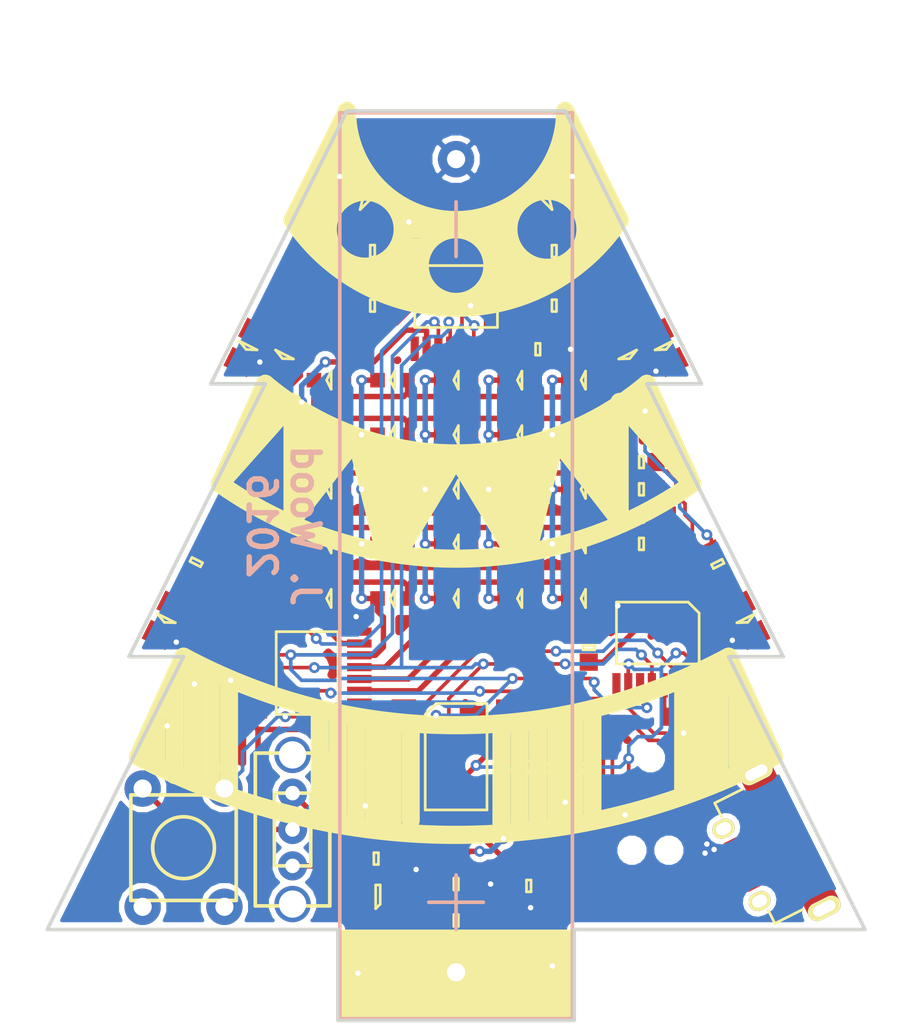
<source format=kicad_pcb>
(kicad_pcb (version 4) (host pcbnew 4.0.3-stable)
  (layers (0 F.Cu signal) (31 B.Cu signal) (34 B.Paste user hide) (35 F.Paste user hide) (36 B.SilkS user) (37 F.SilkS user) (38 B.Mask user hide) (39 F.Mask user) (44 Edge.Cuts user))
  (net 0 "")
  (net 1 /SWCLK)
  (net 2 /SWDIO)
  (net 3 /USB_DP)
  (net 4 /USB_DM)
  (net 5 3v3)
  (net 6 GND)
  (net 7 /LED8)
  (net 8 /LED7)
  (net 9 /LED6)
  (net 10 /USB_DETECT)
  (net 11 /LED5)
  (net 12 /LED4)
  (net 13 /LED3)
  (net 14 /LED2)
  (net 15 /LED1)
  (net 16 "Net-(IC1-Pad4)")
  (net 17 "Net-(IC1-Pad3)")
  (net 18 "Net-(IC1-Pad2)")
  (net 19 /SWITCH)
  (net 20 "Net-(P1-Pad6)")
  (net 21 "Net-(P1-Pad3)")
  (net 22 5v)
  (net 23 /USB_3V3)
  (net 24 /VBATT)
  (net 25 "Net-(IC3-Pad5)")
  (net 26 /BATT_3V3)
  (net 27 "Net-(J2-PadS)")
  (net 28 "Net-(J2-Pad4)")
  (net 29 "Net-(D4-Pad2)")
  (net 30 "Net-(D1-Pad2)")
  (net 31 "Net-(D2-Pad2)")
  (net 32 "Net-(D5-Pad2)")
  (net 33 "Net-(D6-Pad2)")
  (net 34 "Net-(D7-Pad2)")
  (net 35 "Net-(D8-Pad2)")
  (net 36 "Net-(D3-Pad2)")
  (net 37 /COL1)
  (net 38 "Net-(D14-Pad2)")
  (net 39 "Net-(D10-Pad2)")
  (net 40 "Net-(D11-Pad2)")
  (net 41 "Net-(D12-Pad2)")
  (net 42 "Net-(D13-Pad2)")
  (net 43 /COL2)
  (net 44 /COL3)
  (net 45 /COL4)
  (net 46 /COL5)
  (net 47 /SHIFT_IN)
  (net 48 /SHIFT_CLK)
  (net 49 /SHIFT_STORE)
  (net 50 "Net-(IC1-Pad9)")
  (net 51 "Net-(IC1-Pad10)")
  (net 52 "Net-(IC1-Pad12)")
  (net 53 "Net-(IC1-Pad13)")
  (net 54 "Net-(IC1-Pad14)")
  (net 55 "Net-(IC4-Pad9)")
  (net 56 /ROW2)
  (net 57 /ROW3)
  (net 58 /ROW4)
  (net 59 /ROW5)
  (net 60 "Net-(IC5-Pad6)")
  (net 61 "Net-(IC5-Pad7)")
  (net 62 "Net-(IC5-Pad9)")
  (net 63 /ROW1)
  (net 64 "Net-(IC6-Pad15)")
  (net 65 "Net-(IC6-Pad1)")
  (net 66 "Net-(IC6-Pad2)")
  (net 67 "Net-(IC5-Pad15)")
  (net 68 "Net-(IC4-Pad14)")
  (module agg:MICROUSB_MOLEX_47589-0001 (layer F.Cu) (at 148.391863 125.102244 116.6)
    (fp_text reference J2)
    (fp_text value MICROUSB)
    (pad 3 smd rect (at 0 -2.675001 116.6) (size 0.4 1.35) (layers F.Cu F.Paste F.Mask) (net 3 /USB_DP))
    (pad 4 smd rect (at 0.65 -2.675 116.6) (size 0.4 1.35) (layers F.Cu F.Paste F.Mask) (net 28 "Net-(J2-Pad4)"))
    (pad 2 smd rect (at -0.65 -2.675 116.6) (size 0.4 1.35) (layers F.Cu F.Paste F.Mask) (net 4 /USB_DM))
    (pad 1 smd rect (at -1.3 -2.675 116.6) (size 0.4 1.35) (layers F.Cu F.Paste F.Mask) (net 22 5v))
    (pad 5 smd rect (at 1.3 -2.675 116.6) (size 0.4 1.35) (layers F.Cu F.Paste F.Mask) (net 6 GND))
    (pad S thru_hole oval (at 2.225 -3 116.6) (size 1 1.25) (drill oval 0.65 0.85) (layers *.Cu *.Mask F.SilkS) (net 27 "Net-(J2-PadS)"))
    (pad "" thru_hole oval (at -2.224999 -3 116.6) (size 1 1.25) (drill oval 0.65 0.85) (layers *.Cu *.Mask F.SilkS))
    (pad "" smd rect (at 1.15 0 116.6) (size 1.8 1.9) (layers F.Cu F.Paste F.Mask))
    (pad "" smd rect (at -1.15 0 116.6) (size 1.8 1.9) (layers F.Cu F.Paste F.Mask))
    (pad "" smd rect (at 3.3875 0 116.6) (size 1.575 1.9) (layers F.Cu F.Paste F.Mask))
    (pad "" thru_hole oval (at 4.175 0 116.6) (size 1 1.9) (drill oval 0.6 1.3) (layers *.Cu *.Mask F.SilkS))
    (pad "" smd rect (at -3.3875 0 116.6) (size 1.575 1.9) (layers F.Cu F.Paste F.Mask))
    (pad "" thru_hole oval (at -4.175 0 116.6) (size 1 1.9) (drill oval 0.6 1.3) (layers *.Cu *.Mask F.SilkS))
  )
  (module agg:TSSOP-16 (layer F.Cu) (at 130 95.2 270)
    (fp_text reference IC4)
    (fp_text value 74HC595)
    (pad 1 smd rect (at -2.875 -2.275 270) (size 1.35 0.45) (layers F.Cu F.Paste F.Mask) (net 9 /LED6))
    (pad 2 smd rect (at -2.875 -1.625 270) (size 1.35 0.45) (layers F.Cu F.Paste F.Mask) (net 8 /LED7))
    (pad 3 smd rect (at -2.875 -0.975 270) (size 1.35 0.45) (layers F.Cu F.Paste F.Mask) (net 7 /LED8))
    (pad 4 smd rect (at -2.875 -0.325 270) (size 1.35 0.45) (layers F.Cu F.Paste F.Mask) (net 11 /LED5))
    (pad 5 smd rect (at -2.875 0.325 270) (size 1.35 0.45) (layers F.Cu F.Paste F.Mask) (net 14 /LED2))
    (pad 6 smd rect (at -2.875 0.975 270) (size 1.35 0.45) (layers F.Cu F.Paste F.Mask) (net 13 /LED3))
    (pad 7 smd rect (at -2.875 1.625 270) (size 1.35 0.45) (layers F.Cu F.Paste F.Mask) (net 12 /LED4))
    (pad 8 smd rect (at -2.875 2.275 270) (size 1.35 0.45) (layers F.Cu F.Paste F.Mask) (net 6 GND))
    (pad 9 smd rect (at 2.875 2.275 270) (size 1.35 0.45) (layers F.Cu F.Paste F.Mask) (net 55 "Net-(IC4-Pad9)"))
    (pad 10 smd rect (at 2.875 1.625 270) (size 1.35 0.45) (layers F.Cu F.Paste F.Mask) (net 5 3v3))
    (pad 11 smd rect (at 2.875 0.975 270) (size 1.35 0.45) (layers F.Cu F.Paste F.Mask) (net 48 /SHIFT_CLK))
    (pad 12 smd rect (at 2.875 0.325 270) (size 1.35 0.45) (layers F.Cu F.Paste F.Mask) (net 49 /SHIFT_STORE))
    (pad 13 smd rect (at 2.875 -0.325 270) (size 1.35 0.45) (layers F.Cu F.Paste F.Mask) (net 6 GND))
    (pad 14 smd rect (at 2.875 -0.975 270) (size 1.35 0.45) (layers F.Cu F.Paste F.Mask) (net 68 "Net-(IC4-Pad14)"))
    (pad 15 smd rect (at 2.875 -1.625 270) (size 1.35 0.45) (layers F.Cu F.Paste F.Mask) (net 15 /LED1))
    (pad 16 smd rect (at 2.875 -2.275 270) (size 1.35 0.45) (layers F.Cu F.Paste F.Mask) (net 5 3v3))
  )
  (module agg:AAA_HOLDER (layer B.Cu) (at 130 110 270)
    (fp_text reference J1)
    (fp_text value BATT)
    (pad 1 thru_hole circle (at -22.35 0 270) (size 2 2) (drill 1) (layers *.Cu *.Mask) (net 6 GND))
    (pad 2 thru_hole circle (at 22.35 0 270) (size 2 2) (drill 1) (layers *.Cu *.Mask) (net 24 /VBATT))
  )
  (module agg:TSSOP-16 (layer F.Cu) (at 141.1 113.7 270)
    (fp_text reference IC5)
    (fp_text value 74HC595)
    (pad 1 smd rect (at -2.875 -2.275 270) (size 1.35 0.45) (layers F.Cu F.Paste F.Mask) (net 63 /ROW1))
    (pad 2 smd rect (at -2.875 -1.625 270) (size 1.35 0.45) (layers F.Cu F.Paste F.Mask) (net 56 /ROW2))
    (pad 3 smd rect (at -2.875 -0.975 270) (size 1.35 0.45) (layers F.Cu F.Paste F.Mask) (net 57 /ROW3))
    (pad 4 smd rect (at -2.875 -0.325 270) (size 1.35 0.45) (layers F.Cu F.Paste F.Mask) (net 58 /ROW4))
    (pad 5 smd rect (at -2.875 0.325 270) (size 1.35 0.45) (layers F.Cu F.Paste F.Mask) (net 59 /ROW5))
    (pad 6 smd rect (at -2.875 0.975 270) (size 1.35 0.45) (layers F.Cu F.Paste F.Mask) (net 60 "Net-(IC5-Pad6)"))
    (pad 7 smd rect (at -2.875 1.625 270) (size 1.35 0.45) (layers F.Cu F.Paste F.Mask) (net 61 "Net-(IC5-Pad7)"))
    (pad 8 smd rect (at -2.875 2.275 270) (size 1.35 0.45) (layers F.Cu F.Paste F.Mask) (net 6 GND))
    (pad 9 smd rect (at 2.875 2.275 270) (size 1.35 0.45) (layers F.Cu F.Paste F.Mask) (net 62 "Net-(IC5-Pad9)"))
    (pad 10 smd rect (at 2.875 1.625 270) (size 1.35 0.45) (layers F.Cu F.Paste F.Mask) (net 5 3v3))
    (pad 11 smd rect (at 2.875 0.975 270) (size 1.35 0.45) (layers F.Cu F.Paste F.Mask) (net 48 /SHIFT_CLK))
    (pad 12 smd rect (at 2.875 0.325 270) (size 1.35 0.45) (layers F.Cu F.Paste F.Mask) (net 49 /SHIFT_STORE))
    (pad 13 smd rect (at 2.875 -0.325 270) (size 1.35 0.45) (layers F.Cu F.Paste F.Mask) (net 6 GND))
    (pad 14 smd rect (at 2.875 -0.975 270) (size 1.35 0.45) (layers F.Cu F.Paste F.Mask) (net 47 /SHIFT_IN))
    (pad 15 smd rect (at 2.875 -1.625 270) (size 1.35 0.45) (layers F.Cu F.Paste F.Mask) (net 67 "Net-(IC5-Pad15)"))
    (pad 16 smd rect (at 2.875 -2.275 270) (size 1.35 0.45) (layers F.Cu F.Paste F.Mask) (net 5 3v3))
  )
  (module agg:0603 (layer F.Cu) (at 135.4 95.7)
    (fp_text reference R11)
    (fp_text value 330R)
    (pad 1 smd rect (at -0.8 0) (size 0.95 1) (layers F.Cu F.Paste F.Mask) (net 7 /LED8))
    (pad 2 smd rect (at 0.8 0) (size 0.95 1) (layers F.Cu F.Paste F.Mask) (net 35 "Net-(D8-Pad2)"))
  )
  (module agg:TSSOP-20 (layer F.Cu) (at 130 120.5)
    (fp_text reference IC1)
    (fp_text value STM32F042F6P6)
    (pad 1 smd rect (at -2.875 -2.925) (size 1.35 0.45) (layers F.Cu F.Paste F.Mask) (net 19 /SWITCH))
    (pad 2 smd rect (at -2.875 -2.275) (size 1.35 0.45) (layers F.Cu F.Paste F.Mask) (net 18 "Net-(IC1-Pad2)"))
    (pad 3 smd rect (at -2.875 -1.625) (size 1.35 0.45) (layers F.Cu F.Paste F.Mask) (net 17 "Net-(IC1-Pad3)"))
    (pad 4 smd rect (at -2.875 -0.975) (size 1.35 0.45) (layers F.Cu F.Paste F.Mask) (net 16 "Net-(IC1-Pad4)"))
    (pad 5 smd rect (at -2.875 -0.325) (size 1.35 0.45) (layers F.Cu F.Paste F.Mask) (net 5 3v3))
    (pad 6 smd rect (at -2.875 0.325) (size 1.35 0.45) (layers F.Cu F.Paste F.Mask) (net 47 /SHIFT_IN))
    (pad 7 smd rect (at -2.875 0.975) (size 1.35 0.45) (layers F.Cu F.Paste F.Mask) (net 48 /SHIFT_CLK))
    (pad 8 smd rect (at -2.875 1.625) (size 1.35 0.45) (layers F.Cu F.Paste F.Mask) (net 49 /SHIFT_STORE))
    (pad 9 smd rect (at -2.875 2.275) (size 1.35 0.45) (layers F.Cu F.Paste F.Mask) (net 50 "Net-(IC1-Pad9)"))
    (pad 10 smd rect (at -2.875 2.925) (size 1.35 0.45) (layers F.Cu F.Paste F.Mask) (net 51 "Net-(IC1-Pad10)"))
    (pad 11 smd rect (at 2.875 2.925) (size 1.35 0.45) (layers F.Cu F.Paste F.Mask) (net 10 /USB_DETECT))
    (pad 12 smd rect (at 2.875 2.275) (size 1.35 0.45) (layers F.Cu F.Paste F.Mask) (net 52 "Net-(IC1-Pad12)"))
    (pad 13 smd rect (at 2.875 1.625) (size 1.35 0.45) (layers F.Cu F.Paste F.Mask) (net 53 "Net-(IC1-Pad13)"))
    (pad 14 smd rect (at 2.875 0.975) (size 1.35 0.45) (layers F.Cu F.Paste F.Mask) (net 54 "Net-(IC1-Pad14)"))
    (pad 15 smd rect (at 2.875 0.325) (size 1.35 0.45) (layers F.Cu F.Paste F.Mask) (net 6 GND))
    (pad 16 smd rect (at 2.875 -0.325) (size 1.35 0.45) (layers F.Cu F.Paste F.Mask) (net 5 3v3))
    (pad 17 smd rect (at 2.875 -0.975) (size 1.35 0.45) (layers F.Cu F.Paste F.Mask) (net 4 /USB_DM))
    (pad 18 smd rect (at 2.875 -1.625) (size 1.35 0.45) (layers F.Cu F.Paste F.Mask) (net 3 /USB_DP))
    (pad 19 smd rect (at 2.875 -2.275) (size 1.35 0.45) (layers F.Cu F.Paste F.Mask) (net 2 /SWDIO))
    (pad 20 smd rect (at 2.875 -2.925) (size 1.35 0.45) (layers F.Cu F.Paste F.Mask) (net 1 /SWCLK))
  )
  (module agg:0603 (layer F.Cu) (at 144.4 109.9 296.6)
    (fp_text reference R8)
    (fp_text value 330R)
    (pad 1 smd rect (at -0.8 0 296.6) (size 0.95 1) (layers F.Cu F.Paste F.Mask) (net 11 /LED5))
    (pad 2 smd rect (at 0.8 0 296.6) (size 0.95 1) (layers F.Cu F.Paste F.Mask) (net 32 "Net-(D5-Pad2)"))
  )
  (module agg:TC2030-NL (layer F.Cu) (at 140.7 123.1 270)
    (fp_text reference P1)
    (fp_text value SWD_TC)
    (pad 1 smd circle (at -1.27 0.64 270) (size 0.787 0.787) (layers F.Cu F.Mask) (net 5 3v3))
    (pad 2 smd circle (at -1.27 -0.63 270) (size 0.787 0.787) (layers F.Cu F.Mask) (net 2 /SWDIO))
    (pad 3 smd circle (at 0 0.64 270) (size 0.787 0.787) (layers F.Cu F.Mask) (net 21 "Net-(P1-Pad3)"))
    (pad 4 smd circle (at 0 -0.63 270) (size 0.787 0.787) (layers F.Cu F.Mask) (net 1 /SWCLK))
    (pad 5 smd circle (at 1.27 0.64 270) (size 0.787 0.787) (layers F.Cu F.Mask) (net 6 GND))
    (pad 6 smd circle (at 1.27 -0.63 270) (size 0.787 0.787) (layers F.Cu F.Mask) (net 20 "Net-(P1-Pad6)"))
    (pad "" np_thru_hole circle (at -2.54 0.005 270) (size 1 1) (drill 1) (layers *.Cu *.Mask F.SilkS))
    (pad "" np_thru_hole circle (at 2.54 1.021 270) (size 1 1) (drill 1) (layers *.Cu *.Mask F.SilkS))
    (pad "" np_thru_hole circle (at 2.54 -1.011 270) (size 1 1) (drill 1) (layers *.Cu *.Mask F.SilkS))
  )
  (module agg:MOM_SWITCH (layer F.Cu) (at 115 125.5 90)
    (fp_text reference SW1)
    (fp_text value BOOTLOAD)
    (pad "" thru_hole circle (at -3.25 -2.25 90) (size 2 2) (drill 1) (layers *.Cu *.Mask))
    (pad "" thru_hole circle (at -3.25 2.25 90) (size 2 2) (drill 1) (layers *.Cu *.Mask))
    (pad 2 thru_hole circle (at 3.25 2.25 90) (size 2 2) (drill 1) (layers *.Cu *.Mask) (net 19 /SWITCH))
    (pad 1 thru_hole circle (at 3.25 -2.25 90) (size 2 2) (drill 1) (layers *.Cu *.Mask) (net 5 3v3))
  )
  (module agg:SPDT_SWITCH (layer F.Cu) (at 121 124.5 90)
    (fp_text reference SW2)
    (fp_text value PWR_SWITCH)
    (pad 2 thru_hole circle (at 0 0 90) (size 1.6 1.6) (drill 0.8) (layers *.Cu *.Mask) (net 5 3v3))
    (pad 1 thru_hole circle (at -2 0 90) (size 1.6 1.6) (drill 0.8) (layers *.Cu *.Mask) (net 26 /BATT_3V3))
    (pad 3 thru_hole circle (at 2 0 90) (size 1.6 1.6) (drill 0.8) (layers *.Cu *.Mask) (net 23 /USB_3V3))
    (pad "" thru_hole circle (at 4.1 0 90) (size 2 2) (drill 1.5) (layers *.Cu *.Mask))
    (pad "" thru_hole circle (at -4.1 0 90) (size 2 2) (drill 1.5) (layers *.Cu *.Mask))
  )
  (module agg:0805-LED (layer F.Cu) (at 118.5 98 63.4)
    (fp_text reference D3)
    (fp_text value LED)
    (pad 2 smd rect (at 0.9 0 63.4) (size 1.15 1.45) (layers F.Cu F.Paste F.Mask) (net 36 "Net-(D3-Pad2)"))
    (pad 1 smd rect (at -0.9 0 63.4) (size 1.15 1.45) (layers F.Cu F.Paste F.Mask) (net 6 GND))
  )
  (module agg:0805-LED (layer F.Cu) (at 139.5 98.5 116.6)
    (fp_text reference D8)
    (fp_text value LED)
    (pad 1 smd rect (at -0.9 0 116.6) (size 1.15 1.45) (layers F.Cu F.Paste F.Mask) (net 6 GND))
    (pad 2 smd rect (at 0.9 0 116.6) (size 1.15 1.45) (layers F.Cu F.Paste F.Mask) (net 35 "Net-(D8-Pad2)"))
  )
  (module agg:0805-LED (layer F.Cu) (at 141.5 98 116.6)
    (fp_text reference D7)
    (fp_text value LED)
    (pad 2 smd rect (at 0.9 0 116.6) (size 1.15 1.45) (layers F.Cu F.Paste F.Mask) (net 34 "Net-(D7-Pad2)"))
    (pad 1 smd rect (at -0.9 0 116.6) (size 1.15 1.45) (layers F.Cu F.Paste F.Mask) (net 6 GND))
  )
  (module agg:0805-LED (layer F.Cu) (at 146 113 116.6)
    (fp_text reference D5)
    (fp_text value LED)
    (pad 2 smd rect (at 0.9 0 116.6) (size 1.15 1.45) (layers F.Cu F.Paste F.Mask) (net 32 "Net-(D5-Pad2)"))
    (pad 1 smd rect (at -0.9 0 116.6) (size 1.15 1.45) (layers F.Cu F.Paste F.Mask) (net 6 GND))
  )
  (module agg:0805-LED (layer F.Cu) (at 120.5 98.5 63.4)
    (fp_text reference D2)
    (fp_text value LED)
    (pad 1 smd rect (at -0.9 0 63.4) (size 1.15 1.45) (layers F.Cu F.Paste F.Mask) (net 6 GND))
    (pad 2 smd rect (at 0.9 0 63.4) (size 1.15 1.45) (layers F.Cu F.Paste F.Mask) (net 31 "Net-(D2-Pad2)"))
  )
  (module agg:0805-LED (layer F.Cu) (at 114 113 63.4)
    (fp_text reference D1)
    (fp_text value LED)
    (pad 2 smd rect (at 0.9 0 63.4) (size 1.15 1.45) (layers F.Cu F.Paste F.Mask) (net 30 "Net-(D1-Pad2)"))
    (pad 1 smd rect (at -0.9 0 63.4) (size 1.15 1.45) (layers F.Cu F.Paste F.Mask) (net 6 GND))
  )
  (module agg:2016M (layer F.Cu) (at 125.5 131 180)
    (fp_text reference L1)
    (fp_text value 4u7)
    (pad 1 smd rect (at -0.75 0 180) (size 0.8 1.7) (layers F.Cu F.Paste F.Mask) (net 24 /VBATT))
    (pad 2 smd rect (at 0.75 0 180) (size 0.8 1.7) (layers F.Cu F.Paste F.Mask) (net 25 "Net-(IC3-Pad5)"))
  )
  (module agg:SC-70-6 (layer F.Cu) (at 125.7 128.2 180)
    (fp_text reference IC3)
    (fp_text value TLV61225)
    (pad 1 smd rect (at -1.1 -0.65 180) (size 0.95 0.4) (layers F.Cu F.Paste F.Mask) (net 24 /VBATT))
    (pad 2 smd rect (at -1.1 0 180) (size 0.95 0.4) (layers F.Cu F.Paste F.Mask) (net 26 /BATT_3V3))
    (pad 3 smd rect (at -1.1 0.65 180) (size 0.95 0.4) (layers F.Cu F.Paste F.Mask) (net 6 GND))
    (pad 4 smd rect (at 1.1 0.65 180) (size 0.95 0.4) (layers F.Cu F.Paste F.Mask) (net 26 /BATT_3V3))
    (pad 5 smd rect (at 1.1 0 180) (size 0.95 0.4) (layers F.Cu F.Paste F.Mask) (net 25 "Net-(IC3-Pad5)"))
    (pad 6 smd rect (at 1.1 -0.65 180) (size 0.95 0.4) (layers F.Cu F.Paste F.Mask) (net 24 /VBATT))
  )
  (module agg:SOT-23 (layer F.Cu) (at 134 130.5 270)
    (fp_text reference IC2)
    (fp_text value MCP1700)
    (pad 1 smd rect (at -1.15 -0.95 270) (size 1 0.6) (layers F.Cu F.Paste F.Mask) (net 6 GND))
    (pad 2 smd rect (at -1.15 0.95 270) (size 1 0.6) (layers F.Cu F.Paste F.Mask) (net 23 /USB_3V3))
    (pad 3 smd rect (at 1.15 0 270) (size 1 0.6) (layers F.Cu F.Paste F.Mask) (net 22 5v))
  )
  (module agg:TSSOP-16 (layer F.Cu) (at 121.8 115.9 180)
    (fp_text reference IC6)
    (fp_text value 74HC595)
    (pad 1 smd rect (at -2.875 -2.275 180) (size 1.35 0.45) (layers F.Cu F.Paste F.Mask) (net 65 "Net-(IC6-Pad1)"))
    (pad 2 smd rect (at -2.875 -1.625 180) (size 1.35 0.45) (layers F.Cu F.Paste F.Mask) (net 66 "Net-(IC6-Pad2)"))
    (pad 3 smd rect (at -2.875 -0.975 180) (size 1.35 0.45) (layers F.Cu F.Paste F.Mask) (net 46 /COL5))
    (pad 4 smd rect (at -2.875 -0.325 180) (size 1.35 0.45) (layers F.Cu F.Paste F.Mask) (net 45 /COL4))
    (pad 5 smd rect (at -2.875 0.325 180) (size 1.35 0.45) (layers F.Cu F.Paste F.Mask) (net 44 /COL3))
    (pad 6 smd rect (at -2.875 0.975 180) (size 1.35 0.45) (layers F.Cu F.Paste F.Mask) (net 43 /COL2))
    (pad 7 smd rect (at -2.875 1.625 180) (size 1.35 0.45) (layers F.Cu F.Paste F.Mask) (net 37 /COL1))
    (pad 8 smd rect (at -2.875 2.275 180) (size 1.35 0.45) (layers F.Cu F.Paste F.Mask) (net 6 GND))
    (pad 9 smd rect (at 2.875 2.275 180) (size 1.35 0.45) (layers F.Cu F.Paste F.Mask) (net 68 "Net-(IC4-Pad14)"))
    (pad 10 smd rect (at 2.875 1.625 180) (size 1.35 0.45) (layers F.Cu F.Paste F.Mask) (net 5 3v3))
    (pad 11 smd rect (at 2.875 0.975 180) (size 1.35 0.45) (layers F.Cu F.Paste F.Mask) (net 48 /SHIFT_CLK))
    (pad 12 smd rect (at 2.875 0.325 180) (size 1.35 0.45) (layers F.Cu F.Paste F.Mask) (net 49 /SHIFT_STORE))
    (pad 13 smd rect (at 2.875 -0.325 180) (size 1.35 0.45) (layers F.Cu F.Paste F.Mask) (net 6 GND))
    (pad 14 smd rect (at 2.875 -0.975 180) (size 1.35 0.45) (layers F.Cu F.Paste F.Mask) (net 62 "Net-(IC5-Pad9)"))
    (pad 15 smd rect (at 2.875 -1.625 180) (size 1.35 0.45) (layers F.Cu F.Paste F.Mask) (net 64 "Net-(IC6-Pad15)"))
    (pad 16 smd rect (at 2.875 -2.275 180) (size 1.35 0.45) (layers F.Cu F.Paste F.Mask) (net 5 3v3))
  )
  (module agg:0603 (layer F.Cu) (at 115.7 109.8 243.4)
    (fp_text reference R4)
    (fp_text value 330R)
    (pad 1 smd rect (at -0.8 0 243.4) (size 0.95 1) (layers F.Cu F.Paste F.Mask) (net 15 /LED1))
    (pad 2 smd rect (at 0.8 0 243.4) (size 0.95 1) (layers F.Cu F.Paste F.Mask) (net 30 "Net-(D1-Pad2)"))
  )
  (module agg:0603 (layer F.Cu) (at 125.4 95.7 180)
    (fp_text reference R5)
    (fp_text value 330R)
    (pad 1 smd rect (at -0.8 0 180) (size 0.95 1) (layers F.Cu F.Paste F.Mask) (net 14 /LED2))
    (pad 2 smd rect (at 0.8 0 180) (size 0.95 1) (layers F.Cu F.Paste F.Mask) (net 31 "Net-(D2-Pad2)"))
  )
  (module agg:0603 (layer F.Cu) (at 125.4 94.2 180)
    (fp_text reference R6)
    (fp_text value 330R)
    (pad 1 smd rect (at -0.8 0 180) (size 0.95 1) (layers F.Cu F.Paste F.Mask) (net 13 /LED3))
    (pad 2 smd rect (at 0.8 0 180) (size 0.95 1) (layers F.Cu F.Paste F.Mask) (net 36 "Net-(D3-Pad2)"))
  )
  (module agg:0603 (layer F.Cu) (at 125.4 92.7 180)
    (fp_text reference R7)
    (fp_text value 330R)
    (pad 1 smd rect (at -0.8 0 180) (size 0.95 1) (layers F.Cu F.Paste F.Mask) (net 12 /LED4))
    (pad 2 smd rect (at 0.8 0 180) (size 0.95 1) (layers F.Cu F.Paste F.Mask) (net 29 "Net-(D4-Pad2)"))
  )
  (module agg:0603 (layer F.Cu) (at 135.4 92.7)
    (fp_text reference R9)
    (fp_text value 330R)
    (pad 1 smd rect (at -0.8 0) (size 0.95 1) (layers F.Cu F.Paste F.Mask) (net 9 /LED6))
    (pad 2 smd rect (at 0.8 0) (size 0.95 1) (layers F.Cu F.Paste F.Mask) (net 33 "Net-(D6-Pad2)"))
  )
  (module agg:0603 (layer F.Cu) (at 135.4 94.2)
    (fp_text reference R10)
    (fp_text value 330R)
    (pad 1 smd rect (at -0.8 0) (size 0.95 1) (layers F.Cu F.Paste F.Mask) (net 8 /LED7))
    (pad 2 smd rect (at 0.8 0) (size 0.95 1) (layers F.Cu F.Paste F.Mask) (net 34 "Net-(D7-Pad2)"))
  )
  (module agg:0603 (layer F.Cu) (at 140.2 104.3 180)
    (fp_text reference R12)
    (fp_text value 330R)
    (pad 1 smd rect (at -0.8 0 180) (size 0.95 1) (layers F.Cu F.Paste F.Mask) (net 63 /ROW1))
    (pad 2 smd rect (at 0.8 0 180) (size 0.95 1) (layers F.Cu F.Paste F.Mask) (net 38 "Net-(D14-Pad2)"))
  )
  (module agg:0603 (layer F.Cu) (at 140.2 105.8 180)
    (fp_text reference R13)
    (fp_text value 330R)
    (pad 1 smd rect (at -0.8 0 180) (size 0.95 1) (layers F.Cu F.Paste F.Mask) (net 56 /ROW2))
    (pad 2 smd rect (at 0.8 0 180) (size 0.95 1) (layers F.Cu F.Paste F.Mask) (net 39 "Net-(D10-Pad2)"))
  )
  (module agg:0603 (layer F.Cu) (at 140.2 107.3 180)
    (fp_text reference R14)
    (fp_text value 330R)
    (pad 1 smd rect (at -0.8 0 180) (size 0.95 1) (layers F.Cu F.Paste F.Mask) (net 57 /ROW3))
    (pad 2 smd rect (at 0.8 0 180) (size 0.95 1) (layers F.Cu F.Paste F.Mask) (net 40 "Net-(D11-Pad2)"))
  )
  (module agg:0603 (layer F.Cu) (at 140.2 108.8 180)
    (fp_text reference R15)
    (fp_text value 330R)
    (pad 1 smd rect (at -0.8 0 180) (size 0.95 1) (layers F.Cu F.Paste F.Mask) (net 58 /ROW4))
    (pad 2 smd rect (at 0.8 0 180) (size 0.95 1) (layers F.Cu F.Paste F.Mask) (net 41 "Net-(D12-Pad2)"))
  )
  (module agg:0603 (layer F.Cu) (at 137.3 114.5 90)
    (fp_text reference R16)
    (fp_text value 330R)
    (pad 1 smd rect (at -0.8 0 90) (size 0.95 1) (layers F.Cu F.Paste F.Mask) (net 59 /ROW5))
    (pad 2 smd rect (at 0.8 0 90) (size 0.95 1) (layers F.Cu F.Paste F.Mask) (net 42 "Net-(D13-Pad2)"))
  )
  (module agg:0603 (layer F.Cu) (at 134.5 98.1)
    (fp_text reference C8)
    (fp_text value 100n)
    (pad 1 smd rect (at -0.8 0) (size 0.95 1) (layers F.Cu F.Paste F.Mask) (net 5 3v3))
    (pad 2 smd rect (at 0.8 0) (size 0.95 1) (layers F.Cu F.Paste F.Mask) (net 6 GND))
  )
  (module agg:0603 (layer F.Cu) (at 116.3 117.7 180)
    (fp_text reference C9)
    (fp_text value 100n)
    (pad 1 smd rect (at -0.8 0 180) (size 0.95 1) (layers F.Cu F.Paste F.Mask) (net 5 3v3))
    (pad 2 smd rect (at 0.8 0 180) (size 0.95 1) (layers F.Cu F.Paste F.Mask) (net 6 GND))
  )
  (module agg:0603 (layer F.Cu) (at 142.5 118.3 180)
    (fp_text reference C10)
    (fp_text value 100n)
    (pad 1 smd rect (at -0.8 0 180) (size 0.95 1) (layers F.Cu F.Paste F.Mask) (net 5 3v3))
    (pad 2 smd rect (at 0.8 0 180) (size 0.95 1) (layers F.Cu F.Paste F.Mask) (net 6 GND))
  )
  (module agg:0603 (layer F.Cu) (at 135 121.1 90)
    (fp_text reference C2)
    (fp_text value 100n)
    (pad 1 smd rect (at -0.8 0 90) (size 0.95 1) (layers F.Cu F.Paste F.Mask) (net 6 GND))
    (pad 2 smd rect (at 0.8 0 90) (size 0.95 1) (layers F.Cu F.Paste F.Mask) (net 5 3v3))
  )
  (module agg:0603 (layer F.Cu) (at 125 121 90)
    (fp_text reference C3)
    (fp_text value 100n)
    (pad 1 smd rect (at -0.8 0 90) (size 0.95 1) (layers F.Cu F.Paste F.Mask) (net 6 GND))
    (pad 2 smd rect (at 0.8 0 90) (size 0.95 1) (layers F.Cu F.Paste F.Mask) (net 5 3v3))
  )
  (module agg:0603 (layer F.Cu) (at 137 121.1 90)
    (fp_text reference C1)
    (fp_text value 10u)
    (pad 1 smd rect (at -0.8 0 90) (size 0.95 1) (layers F.Cu F.Paste F.Mask) (net 6 GND))
    (pad 2 smd rect (at 0.8 0 90) (size 0.95 1) (layers F.Cu F.Paste F.Mask) (net 5 3v3))
  )
  (module agg:0603 (layer F.Cu) (at 125.5 133.5 180)
    (fp_text reference C4)
    (fp_text value 10u)
    (pad 1 smd rect (at -0.8 0 180) (size 0.95 1) (layers F.Cu F.Paste F.Mask) (net 24 /VBATT))
    (pad 2 smd rect (at 0.8 0 180) (size 0.95 1) (layers F.Cu F.Paste F.Mask) (net 6 GND))
  )
  (module agg:0603 (layer F.Cu) (at 125.6 126.1)
    (fp_text reference C7)
    (fp_text value 10u)
    (pad 1 smd rect (at -0.8 0) (size 0.95 1) (layers F.Cu F.Paste F.Mask) (net 26 /BATT_3V3))
    (pad 2 smd rect (at 0.8 0) (size 0.95 1) (layers F.Cu F.Paste F.Mask) (net 6 GND))
  )
  (module agg:0603 (layer F.Cu) (at 134 133.4)
    (fp_text reference C5)
    (fp_text value 1u)
    (pad 1 smd rect (at -0.8 0) (size 0.95 1) (layers F.Cu F.Paste F.Mask) (net 22 5v))
    (pad 2 smd rect (at 0.8 0) (size 0.95 1) (layers F.Cu F.Paste F.Mask) (net 6 GND))
  )
  (module agg:0603 (layer F.Cu) (at 134 127.6)
    (fp_text reference C6)
    (fp_text value 1u)
    (pad 1 smd rect (at -0.8 0) (size 0.95 1) (layers F.Cu F.Paste F.Mask) (net 23 /USB_3V3))
    (pad 2 smd rect (at 0.8 0) (size 0.95 1) (layers F.Cu F.Paste F.Mask) (net 6 GND))
  )
  (module agg:0603 (layer F.Cu) (at 115 120 180)
    (fp_text reference R1)
    (fp_text value 10k)
    (pad 1 smd rect (at -0.8 0 180) (size 0.95 1) (layers F.Cu F.Paste F.Mask) (net 19 /SWITCH))
    (pad 2 smd rect (at 0.8 0 180) (size 0.95 1) (layers F.Cu F.Paste F.Mask) (net 6 GND))
  )
  (module agg:0603 (layer F.Cu) (at 130 129.5 180)
    (fp_text reference R2)
    (fp_text value 10k)
    (pad 1 smd rect (at -0.8 0 180) (size 0.95 1) (layers F.Cu F.Paste F.Mask) (net 22 5v))
    (pad 2 smd rect (at 0.8 0 180) (size 0.95 1) (layers F.Cu F.Paste F.Mask) (net 10 /USB_DETECT))
  )
  (module agg:0603 (layer F.Cu) (at 130 127.5)
    (fp_text reference R3)
    (fp_text value 10k)
    (pad 1 smd rect (at -0.8 0) (size 0.95 1) (layers F.Cu F.Paste F.Mask) (net 10 /USB_DETECT))
    (pad 2 smd rect (at 0.8 0) (size 0.95 1) (layers F.Cu F.Paste F.Mask) (net 6 GND))
  )
  (module kpa-1606:KPA-1606 (layer F.Cu) (at 135 90 225)
    (fp_text reference D6)
    (fp_text value LED)
    (pad 1 smd rect (at -0.8 0 225) (size 0.9 1) (layers F.Cu F.Paste F.Mask) (net 6 GND))
    (pad 2 smd rect (at 0.8 0 225) (size 0.9 1) (layers F.Cu F.Paste F.Mask) (net 33 "Net-(D6-Pad2)"))
  )
  (module kpa-1606:KPA-1606 (layer F.Cu) (at 125 90 315)
    (fp_text reference D4)
    (fp_text value LED)
    (pad 1 smd rect (at -0.8 0 315) (size 0.9 1) (layers F.Cu F.Paste F.Mask) (net 6 GND))
    (pad 2 smd rect (at 0.8 0 315) (size 0.9 1) (layers F.Cu F.Paste F.Mask) (net 29 "Net-(D4-Pad2)"))
  )
  (module kpt-1608:KPT-1608 (layer F.Cu) (at 137 111.8)
    (fp_text reference D33)
    (fp_text value LED)
    (pad 1 smd rect (at -0.825 0) (size 0.8 0.8) (layers F.Cu F.Paste F.Mask) (net 46 /COL5))
    (pad 2 smd rect (at 0.825 0) (size 0.8 0.8) (layers F.Cu F.Paste F.Mask) (net 42 "Net-(D13-Pad2)"))
  )
  (module kpt-1608:KPT-1608 (layer F.Cu) (at 137 108.8)
    (fp_text reference D32)
    (fp_text value LED)
    (pad 1 smd rect (at -0.825 0) (size 0.8 0.8) (layers F.Cu F.Paste F.Mask) (net 46 /COL5))
    (pad 2 smd rect (at 0.825 0) (size 0.8 0.8) (layers F.Cu F.Paste F.Mask) (net 41 "Net-(D12-Pad2)"))
  )
  (module kpt-1608:KPT-1608 (layer F.Cu) (at 137 105.8)
    (fp_text reference D31)
    (fp_text value LED)
    (pad 1 smd rect (at -0.825 0) (size 0.8 0.8) (layers F.Cu F.Paste F.Mask) (net 46 /COL5))
    (pad 2 smd rect (at 0.825 0) (size 0.8 0.8) (layers F.Cu F.Paste F.Mask) (net 40 "Net-(D11-Pad2)"))
  )
  (module kpt-1608:KPT-1608 (layer F.Cu) (at 137 102.8)
    (fp_text reference D30)
    (fp_text value LED)
    (pad 1 smd rect (at -0.825 0) (size 0.8 0.8) (layers F.Cu F.Paste F.Mask) (net 46 /COL5))
    (pad 2 smd rect (at 0.825 0) (size 0.8 0.8) (layers F.Cu F.Paste F.Mask) (net 39 "Net-(D10-Pad2)"))
  )
  (module kpt-1608:KPT-1608 (layer F.Cu) (at 137 99.8)
    (fp_text reference D29)
    (fp_text value LED)
    (pad 1 smd rect (at -0.825 0) (size 0.8 0.8) (layers F.Cu F.Paste F.Mask) (net 46 /COL5))
    (pad 2 smd rect (at 0.825 0) (size 0.8 0.8) (layers F.Cu F.Paste F.Mask) (net 38 "Net-(D14-Pad2)"))
  )
  (module kpt-1608:KPT-1608 (layer F.Cu) (at 133.5 111.8)
    (fp_text reference D28)
    (fp_text value LED)
    (pad 1 smd rect (at -0.825 0) (size 0.8 0.8) (layers F.Cu F.Paste F.Mask) (net 45 /COL4))
    (pad 2 smd rect (at 0.825 0) (size 0.8 0.8) (layers F.Cu F.Paste F.Mask) (net 42 "Net-(D13-Pad2)"))
  )
  (module kpt-1608:KPT-1608 (layer F.Cu) (at 133.5 108.8)
    (fp_text reference D27)
    (fp_text value LED)
    (pad 1 smd rect (at -0.825 0) (size 0.8 0.8) (layers F.Cu F.Paste F.Mask) (net 45 /COL4))
    (pad 2 smd rect (at 0.825 0) (size 0.8 0.8) (layers F.Cu F.Paste F.Mask) (net 41 "Net-(D12-Pad2)"))
  )
  (module kpt-1608:KPT-1608 (layer F.Cu) (at 133.5 105.8)
    (fp_text reference D26)
    (fp_text value LED)
    (pad 1 smd rect (at -0.825 0) (size 0.8 0.8) (layers F.Cu F.Paste F.Mask) (net 45 /COL4))
    (pad 2 smd rect (at 0.825 0) (size 0.8 0.8) (layers F.Cu F.Paste F.Mask) (net 40 "Net-(D11-Pad2)"))
  )
  (module kpt-1608:KPT-1608 (layer F.Cu) (at 133.5 102.8)
    (fp_text reference D25)
    (fp_text value LED)
    (pad 1 smd rect (at -0.825 0) (size 0.8 0.8) (layers F.Cu F.Paste F.Mask) (net 45 /COL4))
    (pad 2 smd rect (at 0.825 0) (size 0.8 0.8) (layers F.Cu F.Paste F.Mask) (net 39 "Net-(D10-Pad2)"))
  )
  (module kpt-1608:KPT-1608 (layer F.Cu) (at 130 111.8)
    (fp_text reference D23)
    (fp_text value LED)
    (pad 1 smd rect (at -0.825 0) (size 0.8 0.8) (layers F.Cu F.Paste F.Mask) (net 44 /COL3))
    (pad 2 smd rect (at 0.825 0) (size 0.8 0.8) (layers F.Cu F.Paste F.Mask) (net 42 "Net-(D13-Pad2)"))
  )
  (module kpt-1608:KPT-1608 (layer F.Cu) (at 130 108.8)
    (fp_text reference D22)
    (fp_text value LED)
    (pad 1 smd rect (at -0.825 0) (size 0.8 0.8) (layers F.Cu F.Paste F.Mask) (net 44 /COL3))
    (pad 2 smd rect (at 0.825 0) (size 0.8 0.8) (layers F.Cu F.Paste F.Mask) (net 41 "Net-(D12-Pad2)"))
  )
  (module kpt-1608:KPT-1608 (layer F.Cu) (at 130 105.8)
    (fp_text reference D21)
    (fp_text value LED)
    (pad 1 smd rect (at -0.825 0) (size 0.8 0.8) (layers F.Cu F.Paste F.Mask) (net 44 /COL3))
    (pad 2 smd rect (at 0.825 0) (size 0.8 0.8) (layers F.Cu F.Paste F.Mask) (net 40 "Net-(D11-Pad2)"))
  )
  (module kpt-1608:KPT-1608 (layer F.Cu) (at 130 102.8)
    (fp_text reference D20)
    (fp_text value LED)
    (pad 1 smd rect (at -0.825 0) (size 0.8 0.8) (layers F.Cu F.Paste F.Mask) (net 44 /COL3))
    (pad 2 smd rect (at 0.825 0) (size 0.8 0.8) (layers F.Cu F.Paste F.Mask) (net 39 "Net-(D10-Pad2)"))
  )
  (module kpt-1608:KPT-1608 (layer F.Cu) (at 130 99.8)
    (fp_text reference D19)
    (fp_text value LED)
    (pad 1 smd rect (at -0.825 0) (size 0.8 0.8) (layers F.Cu F.Paste F.Mask) (net 44 /COL3))
    (pad 2 smd rect (at 0.825 0) (size 0.8 0.8) (layers F.Cu F.Paste F.Mask) (net 38 "Net-(D14-Pad2)"))
  )
  (module kpt-1608:KPT-1608 (layer F.Cu) (at 126.5 111.8)
    (fp_text reference D18)
    (fp_text value LED)
    (pad 1 smd rect (at -0.825 0) (size 0.8 0.8) (layers F.Cu F.Paste F.Mask) (net 43 /COL2))
    (pad 2 smd rect (at 0.825 0) (size 0.8 0.8) (layers F.Cu F.Paste F.Mask) (net 42 "Net-(D13-Pad2)"))
  )
  (module kpt-1608:KPT-1608 (layer F.Cu) (at 126.5 108.8)
    (fp_text reference D17)
    (fp_text value LED)
    (pad 1 smd rect (at -0.825 0) (size 0.8 0.8) (layers F.Cu F.Paste F.Mask) (net 43 /COL2))
    (pad 2 smd rect (at 0.825 0) (size 0.8 0.8) (layers F.Cu F.Paste F.Mask) (net 41 "Net-(D12-Pad2)"))
  )
  (module kpt-1608:KPT-1608 (layer F.Cu) (at 126.5 105.8)
    (fp_text reference D16)
    (fp_text value LED)
    (pad 1 smd rect (at -0.825 0) (size 0.8 0.8) (layers F.Cu F.Paste F.Mask) (net 43 /COL2))
    (pad 2 smd rect (at 0.825 0) (size 0.8 0.8) (layers F.Cu F.Paste F.Mask) (net 40 "Net-(D11-Pad2)"))
  )
  (module kpt-1608:KPT-1608 (layer F.Cu) (at 126.5 102.8)
    (fp_text reference D15)
    (fp_text value LED)
    (pad 1 smd rect (at -0.825 0) (size 0.8 0.8) (layers F.Cu F.Paste F.Mask) (net 43 /COL2))
    (pad 2 smd rect (at 0.825 0) (size 0.8 0.8) (layers F.Cu F.Paste F.Mask) (net 39 "Net-(D10-Pad2)"))
  )
  (module kpt-1608:KPT-1608 (layer F.Cu) (at 126.5 99.8)
    (fp_text reference D14)
    (fp_text value LED)
    (pad 1 smd rect (at -0.825 0) (size 0.8 0.8) (layers F.Cu F.Paste F.Mask) (net 43 /COL2))
    (pad 2 smd rect (at 0.825 0) (size 0.8 0.8) (layers F.Cu F.Paste F.Mask) (net 38 "Net-(D14-Pad2)"))
  )
  (module kpt-1608:KPT-1608 (layer F.Cu) (at 123 111.8)
    (fp_text reference D13)
    (fp_text value LED)
    (pad 1 smd rect (at -0.825 0) (size 0.8 0.8) (layers F.Cu F.Paste F.Mask) (net 37 /COL1))
    (pad 2 smd rect (at 0.825 0) (size 0.8 0.8) (layers F.Cu F.Paste F.Mask) (net 42 "Net-(D13-Pad2)"))
  )
  (module kpt-1608:KPT-1608 (layer F.Cu) (at 123 108.8)
    (fp_text reference D12)
    (fp_text value LED)
    (pad 1 smd rect (at -0.825 0) (size 0.8 0.8) (layers F.Cu F.Paste F.Mask) (net 37 /COL1))
    (pad 2 smd rect (at 0.825 0) (size 0.8 0.8) (layers F.Cu F.Paste F.Mask) (net 41 "Net-(D12-Pad2)"))
  )
  (module kpt-1608:KPT-1608 (layer F.Cu) (at 123 105.8)
    (fp_text reference D11)
    (fp_text value LED)
    (pad 1 smd rect (at -0.825 0) (size 0.8 0.8) (layers F.Cu F.Paste F.Mask) (net 37 /COL1))
    (pad 2 smd rect (at 0.825 0) (size 0.8 0.8) (layers F.Cu F.Paste F.Mask) (net 40 "Net-(D11-Pad2)"))
  )
  (module kpt-1608:KPT-1608 (layer F.Cu) (at 123 102.8)
    (fp_text reference D10)
    (fp_text value LED)
    (pad 1 smd rect (at -0.825 0) (size 0.8 0.8) (layers F.Cu F.Paste F.Mask) (net 37 /COL1))
    (pad 2 smd rect (at 0.825 0) (size 0.8 0.8) (layers F.Cu F.Paste F.Mask) (net 39 "Net-(D10-Pad2)"))
  )
  (module kpt-1608:KPT-1608 (layer F.Cu) (at 123 99.8)
    (fp_text reference D9)
    (fp_text value LED)
    (pad 1 smd rect (at -0.825 0) (size 0.8 0.8) (layers F.Cu F.Paste F.Mask) (net 37 /COL1))
    (pad 2 smd rect (at 0.825 0) (size 0.8 0.8) (layers F.Cu F.Paste F.Mask) (net 38 "Net-(D14-Pad2)"))
  )
  (module kpt-1608:KPT-1608 (layer F.Cu) (at 133.5 99.8)
    (fp_text reference D24)
    (fp_text value LED)
    (pad 1 smd rect (at -0.825 0) (size 0.8 0.8) (layers F.Cu F.Paste F.Mask) (net 45 /COL4))
    (pad 2 smd rect (at 0.825 0) (size 0.8 0.8) (layers F.Cu F.Paste F.Mask) (net 38 "Net-(D14-Pad2)"))
  )
  (gr_text "J. Wood\n2016" (at 120.5 107.8 270) (layer B.SilkS) (effects (font (size 1.5 1.5) (thickness 0.3)) (justify mirror)))
  (gr_line (start 146 118.5) (end 147 120.5) (layer F.SilkS) (width 1))
  (gr_line (start 146 119) (end 146 120.5) (layer F.SilkS) (width 1))
  (gr_line (start 145.5 117) (end 145 116.5) (layer F.SilkS) (width 1))
  (gr_line (start 145.5 121) (end 145.5 117) (layer F.SilkS) (width 1))
  (gr_line (start 144.5 115.5) (end 144.5 121.5) (layer F.SilkS) (width 1))
  (gr_line (start 144 116) (end 144 121.5) (layer F.SilkS) (width 1))
  (gr_line (start 143.5 116.5) (end 143.5 121.5) (layer F.SilkS) (width 1))
  (gr_line (start 143 122) (end 143 116.5) (layer F.SilkS) (width 1))
  (gr_line (start 113.5 118.5) (end 113.5 121) (layer F.SilkS) (width 1))
  (gr_line (start 114.5 116.5) (end 115 116) (layer F.SilkS) (width 1))
  (gr_line (start 114.5 121.5) (end 114.5 116.5) (layer F.SilkS) (width 1))
  (gr_line (start 115.5 115.5) (end 115.5 121.5) (layer F.SilkS) (width 1))
  (gr_line (start 116.5 122) (end 116.5 116) (layer F.SilkS) (width 1))
  (gr_line (start 136.5 124) (end 136.5 118.5) (layer F.SilkS) (width 1))
  (gr_line (start 135.5 118.5) (end 135.5 124) (layer F.SilkS) (width 1))
  (gr_line (start 134.5 124.5) (end 134.5 118.5) (layer F.SilkS) (width 1))
  (gr_line (start 133.5 119) (end 133.5 124.5) (layer F.SilkS) (width 1))
  (gr_line (start 126.5 124.5) (end 126.5 119) (layer F.SilkS) (width 1))
  (gr_line (start 125.5 118.5) (end 125.5 124) (layer F.SilkS) (width 1))
  (gr_line (start 123.5 123.5) (end 123.5 124) (layer F.SilkS) (width 1))
  (gr_line (start 124.5 118.5) (end 124.5 124) (layer F.SilkS) (width 1))
  (gr_line (start 123.5 118.5) (end 123.5 123.5) (layer F.SilkS) (width 1))
  (gr_line (start 117.5 116.5) (end 117.5 122.5) (layer F.SilkS) (width 1))
  (gr_line (start 122.5 118) (end 122.5 123.5) (layer F.SilkS) (width 1))
  (gr_line (start 127.5 119) (end 127.5 124) (layer F.SilkS) (width 1))
  (gr_line (start 142.5 116.5) (end 142.5 122.5) (layer F.SilkS) (width 1))
  (gr_line (start 137.5 118) (end 137.5 123.5) (layer F.SilkS) (width 1))
  (gr_line (start 132.5 119) (end 132.5 124.5) (layer F.SilkS) (width 1))
  (gr_line (start 145 115) (end 147.5 120.5) (layer F.SilkS) (width 1))
  (gr_line (start 112.5 120.5) (end 115 115) (layer F.SilkS) (width 1))
  (gr_arc (start 130 87) (end 147.5 120.5) (angle 55.16405777) (layer F.SilkS) (width 1))
  (gr_arc (start 130 87) (end 145 115) (angle 56.35718022) (layer F.SilkS) (width 1))
  (gr_line (start 130 104) (end 133 109) (layer F.SilkS) (width 1))
  (gr_line (start 130 104) (end 127 109) (layer F.SilkS) (width 1))
  (gr_line (start 123.5 88.5) (end 123.5 89.5) (layer F.SilkS) (width 1))
  (gr_line (start 124.5 89) (end 123.5 88.5) (layer F.SilkS) (width 1))
  (gr_line (start 124 87) (end 124.5 89) (layer F.SilkS) (width 1))
  (gr_line (start 122 91) (end 124 87) (layer F.SilkS) (width 1))
  (gr_line (start 122.5 92) (end 122 91) (layer F.SilkS) (width 1))
  (gr_line (start 137 89.5) (end 136 88.5) (layer F.SilkS) (width 1))
  (gr_line (start 135 89) (end 137 89.5) (layer F.SilkS) (width 1))
  (gr_line (start 136 87) (end 135 89) (layer F.SilkS) (width 1))
  (gr_line (start 138 91) (end 136 87) (layer F.SilkS) (width 1))
  (gr_line (start 137.5 92) (end 138 91) (layer F.SilkS) (width 1))
  (gr_line (start 131.5 91.5) (end 132 92) (layer F.SilkS) (width 1))
  (gr_line (start 132.5 91.5) (end 131.5 91.5) (layer F.SilkS) (width 1))
  (gr_line (start 133 93.5) (end 132.5 91.5) (layer F.SilkS) (width 1))
  (gr_line (start 132.5 94) (end 133 93.5) (layer F.SilkS) (width 1))
  (gr_line (start 132.5 94.5) (end 133.5 94) (layer F.SilkS) (width 1))
  (gr_line (start 132 95) (end 135 94) (layer F.SilkS) (width 1))
  (gr_line (start 127 95) (end 128 95) (layer F.SilkS) (width 1))
  (gr_line (start 126 94.5) (end 128 94.5) (layer F.SilkS) (width 1))
  (gr_line (start 125.5 94) (end 127.5 94) (layer F.SilkS) (width 1))
  (gr_line (start 128 93.5) (end 126.5 93.5) (layer F.SilkS) (width 1))
  (gr_line (start 128 93) (end 127 93) (layer F.SilkS) (width 1))
  (gr_line (start 128 92.5) (end 127.5 92.5) (layer F.SilkS) (width 1))
  (gr_line (start 128.5 91.5) (end 127.5 91.5) (layer F.SilkS) (width 1))
  (gr_circle (center 125 91.5) (end 125.5 89.5) (layer F.SilkS) (width 1))
  (gr_circle (center 135 91.5) (end 136.5 93) (layer F.SilkS) (width 1))
  (gr_circle (center 130 93.5) (end 130 91.5) (layer F.SilkS) (width 1))
  (gr_line (start 136 85) (end 139 91) (layer F.SilkS) (width 1))
  (gr_line (start 121 91) (end 124 85) (layer F.SilkS) (width 1))
  (gr_arc (start 130 85) (end 139 91) (angle 112.6198649) (layer F.SilkS) (width 1))
  (gr_arc (start 130 85) (end 136 85) (angle 180) (layer F.SilkS) (width 1))
  (gr_line (start 138 104) (end 138 103) (layer F.SilkS) (width 1))
  (gr_line (start 137 103) (end 138 104) (layer F.SilkS) (width 1))
  (gr_line (start 138.5 102.5) (end 137 103) (layer F.SilkS) (width 1))
  (gr_line (start 138.5 106) (end 138.5 102.5) (layer F.SilkS) (width 1))
  (gr_line (start 136.5 103) (end 138.5 106) (layer F.SilkS) (width 1))
  (gr_line (start 134 104.5) (end 133 105) (layer F.SilkS) (width 1))
  (gr_line (start 133.5 106) (end 134 104.5) (layer F.SilkS) (width 1))
  (gr_line (start 131.5 104.5) (end 133.5 106) (layer F.SilkS) (width 1))
  (gr_line (start 134.5 104) (end 131.5 104.5) (layer F.SilkS) (width 1))
  (gr_line (start 134 107.5) (end 134.5 104) (layer F.SilkS) (width 1))
  (gr_line (start 131 104.5) (end 134 107.5) (layer F.SilkS) (width 1))
  (gr_line (start 128 105) (end 127 105) (layer F.SilkS) (width 1))
  (gr_line (start 127 106.5) (end 128 105) (layer F.SilkS) (width 1))
  (gr_line (start 126 104) (end 127 106.5) (layer F.SilkS) (width 1))
  (gr_line (start 129 104.5) (end 126 104) (layer F.SilkS) (width 1))
  (gr_line (start 126.5 107.5) (end 129 104.5) (layer F.SilkS) (width 1))
  (gr_line (start 125.5 103.5) (end 126.5 107.5) (layer F.SilkS) (width 1))
  (gr_line (start 123.5 103.5) (end 123 104) (layer F.SilkS) (width 1))
  (gr_line (start 123 103.5) (end 123.5 103) (layer F.SilkS) (width 1))
  (gr_line (start 122.5 102.5) (end 123 103.5) (layer F.SilkS) (width 1))
  (gr_line (start 122.5 105) (end 122.5 102.5) (layer F.SilkS) (width 1))
  (gr_line (start 122 102.5) (end 122.5 105) (layer F.SilkS) (width 1))
  (gr_line (start 121.5 106) (end 122 102.5) (layer F.SilkS) (width 1))
  (gr_line (start 121.5 102) (end 121.5 106) (layer F.SilkS) (width 1))
  (gr_line (start 118.5 103) (end 120 101) (layer F.SilkS) (width 1))
  (gr_line (start 141.5 103) (end 140 101) (layer F.SilkS) (width 1))
  (gr_line (start 143 105.5) (end 140.5 100) (layer F.SilkS) (width 1))
  (gr_line (start 117 105.5) (end 119.5 100) (layer F.SilkS) (width 1))
  (gr_line (start 139 101) (end 143 105.5) (layer F.SilkS) (width 1))
  (gr_line (start 139 107.5) (end 139 101) (layer F.SilkS) (width 1))
  (gr_line (start 135.5 103) (end 139 107.5) (layer F.SilkS) (width 1))
  (gr_line (start 134 109) (end 135.5 103) (layer F.SilkS) (width 1))
  (gr_line (start 130 104) (end 134 109) (layer F.SilkS) (width 1))
  (gr_line (start 121 101) (end 117 105.5) (layer F.SilkS) (width 1))
  (gr_line (start 121 107.5) (end 121 101) (layer F.SilkS) (width 1))
  (gr_line (start 124.5 103) (end 121 107.5) (layer F.SilkS) (width 1))
  (gr_line (start 126 109) (end 124.5 103) (layer F.SilkS) (width 1))
  (gr_line (start 130 104) (end 126 109) (layer F.SilkS) (width 1))
  (gr_arc (start 130 87) (end 143 105.5) (angle 70.19163357) (layer F.SilkS) (width 1))
  (gr_arc (start 130 87.5) (end 140.5 100) (angle 80.06051854) (layer F.SilkS) (width 1))
  (gr_line (start 148 115) (end 145 115) (layer Edge.Cuts) (width 0.2))
  (gr_line (start 140.5 100) (end 148 115) (layer Edge.Cuts) (width 0.2))
  (gr_line (start 143.5 100) (end 140.5 100) (layer Edge.Cuts) (width 0.2))
  (gr_line (start 136 85) (end 143.5 100) (layer Edge.Cuts) (width 0.2))
  (gr_line (start 124 85) (end 136 85) (layer Edge.Cuts) (width 0.2))
  (gr_line (start 116.5 100) (end 124 85) (layer Edge.Cuts) (width 0.2))
  (gr_line (start 119.5 100) (end 116.5 100) (layer Edge.Cuts) (width 0.2))
  (gr_line (start 112 115) (end 119.5 100) (layer Edge.Cuts) (width 0.2))
  (gr_line (start 115 115) (end 112 115) (layer Edge.Cuts) (width 0.2))
  (gr_line (start 107.5 130) (end 115 115) (layer Edge.Cuts) (width 0.2))
  (gr_line (start 123.5 130) (end 107.5 130) (layer Edge.Cuts) (width 0.2))
  (gr_line (start 152.5 130) (end 136.5 130) (layer Edge.Cuts) (width 0.2))
  (gr_line (start 145 115) (end 152.5 130) (layer Edge.Cuts) (width 0.2))
  (gr_line (start 123.5 135) (end 123.5 130) (layer Edge.Cuts) (width 0.2))
  (gr_line (start 136.5 135) (end 136.5 130) (layer Edge.Cuts) (width 0.2))
  (gr_line (start 123.5 135) (end 136.5 135) (layer Edge.Cuts) (width 0.2))
  (segment (start 132.875 117.575) (end 133.75 117.575) (width 0.2) (layer F.Cu) (net 1))
  (segment (start 133.75 117.575) (end 133.975 117.8) (width 0.2) (layer F.Cu) (net 1))
  (segment (start 133.975 117.8) (end 139.465698 117.8) (width 0.2) (layer F.Cu) (net 1))
  (segment (start 139.465698 117.8) (end 140.865699 119.200001) (width 0.2) (layer F.Cu) (net 1))
  (segment (start 140.865699 119.200001) (end 141.530454 119.2) (width 0.2) (layer F.Cu) (net 1))
  (segment (start 141.530454 119.2) (end 142.5 120.169546) (width 0.2) (layer F.Cu) (net 1))
  (segment (start 141.723499 122.706501) (end 141.33 123.1) (width 0.2) (layer F.Cu) (net 1))
  (segment (start 142.5 120.169546) (end 142.5 121.93) (width 0.2) (layer F.Cu) (net 1))
  (segment (start 142.5 121.93) (end 141.723499 122.706501) (width 0.2) (layer F.Cu) (net 1))
  (segment (start 141.33 121.83) (end 142 121.16) (width 0.2) (layer F.Cu) (net 2))
  (segment (start 142 121.16) (end 142 120.465698) (width 0.2) (layer F.Cu) (net 2))
  (segment (start 142 120.465698) (end 141.134313 119.600011) (width 0.2) (layer F.Cu) (net 2))
  (segment (start 141.134313 119.600011) (end 140.600011 119.600011) (width 0.2) (layer F.Cu) (net 2))
  (segment (start 140.600011 119.600011) (end 139.3 118.3) (width 0.2) (layer F.Cu) (net 2))
  (segment (start 139.3 118.3) (end 134 118.3) (width 0.2) (layer F.Cu) (net 2))
  (segment (start 134 118.3) (end 133.925 118.225) (width 0.2) (layer F.Cu) (net 2))
  (segment (start 133.925 118.225) (end 132.875 118.225) (width 0.2) (layer F.Cu) (net 2))
  (segment (start 146 126.3) (end 145.7 126.3) (width 0.2) (layer F.Cu) (net 3))
  (segment (start 145.7 126.3) (end 145.1 126.9) (width 0.2) (layer F.Cu) (net 3))
  (segment (start 145.1 126.9) (end 138.7 126.9) (width 0.2) (layer F.Cu) (net 3))
  (segment (start 138.7 126.9) (end 138.6 126.8) (width 0.2) (layer F.Cu) (net 3))
  (segment (start 138.6 119.394299) (end 138.080701 118.875) (width 0.2) (layer F.Cu) (net 3))
  (segment (start 138.6 126.8) (end 138.6 119.394299) (width 0.2) (layer F.Cu) (net 3))
  (segment (start 138.080701 118.875) (end 132.875 118.875) (width 0.2) (layer F.Cu) (net 3))
  (segment (start 145.8 126.3) (end 146 126.3) (width 0.2) (layer F.Cu) (net 3))
  (segment (start 146.291044 126.8812) (end 145.9588 126.8812) (width 0.2) (layer F.Cu) (net 4))
  (segment (start 145.9588 126.8812) (end 145.41 127.43) (width 0.2) (layer F.Cu) (net 4))
  (segment (start 145.41 127.43) (end 138.53 127.43) (width 0.2) (layer F.Cu) (net 4))
  (segment (start 138.1 127) (end 138.1 119.459998) (width 0.2) (layer F.Cu) (net 4))
  (segment (start 138.53 127.43) (end 138.1 127) (width 0.2) (layer F.Cu) (net 4))
  (segment (start 138.1 119.459998) (end 137.940002 119.3) (width 0.2) (layer F.Cu) (net 4))
  (segment (start 137.940002 119.3) (end 133.975 119.3) (width 0.2) (layer F.Cu) (net 4))
  (segment (start 133.975 119.3) (end 133.75 119.525) (width 0.2) (layer F.Cu) (net 4))
  (segment (start 133.75 119.525) (end 132.875 119.525) (width 0.2) (layer F.Cu) (net 4))
  (segment (start 130.3 121.775) (end 131.1 120.975) (width 0.3) (layer F.Cu) (net 5))
  (segment (start 131.1 120.975) (end 131.9 120.175) (width 0.3) (layer F.Cu) (net 5))
  (via (at 131.1 120.975) (size 0.6) (drill 0.3) (layers F.Cu B.Cu) (net 5))
  (segment (start 139.5 120.6) (end 139.034156 121.065844) (width 0.2) (layer B.Cu) (net 5))
  (segment (start 139.034156 121.065844) (end 131.190844 121.065844) (width 0.2) (layer B.Cu) (net 5))
  (segment (start 131.190844 121.065844) (end 131.1 120.975) (width 0.2) (layer B.Cu) (net 5))
  (segment (start 139.5 115.4) (end 139.799999 115.699999) (width 0.2) (layer B.Cu) (net 5))
  (segment (start 139.799999 115.699999) (end 141.200001 115.699999) (width 0.2) (layer B.Cu) (net 5))
  (segment (start 141.200001 115.699999) (end 141.3 115.6) (width 0.2) (layer B.Cu) (net 5))
  (segment (start 141.3 115.6) (end 141.800001 115.099999) (width 0.2) (layer B.Cu) (net 5))
  (segment (start 139.5 120.6) (end 139.5 119.9) (width 0.2) (layer B.Cu) (net 5))
  (segment (start 140.8 119.4) (end 141.3 118.9) (width 0.2) (layer B.Cu) (net 5))
  (segment (start 139.5 119.9) (end 140 119.4) (width 0.2) (layer B.Cu) (net 5))
  (segment (start 141.3 118.9) (end 141.3 115.6) (width 0.2) (layer B.Cu) (net 5))
  (segment (start 140 119.4) (end 140.8 119.4) (width 0.2) (layer B.Cu) (net 5))
  (segment (start 141.800001 115.099999) (end 142.1 114.8) (width 0.2) (layer B.Cu) (net 5))
  (segment (start 143.375 116.575) (end 143.375 118.225) (width 0.2) (layer F.Cu) (net 5))
  (segment (start 143.375 118.225) (end 143.3 118.3) (width 0.2) (layer F.Cu) (net 5))
  (segment (start 139.5 120.6) (end 139.5 121.27) (width 0.2) (layer F.Cu) (net 5))
  (segment (start 139.5 121.27) (end 140.06 121.83) (width 0.2) (layer F.Cu) (net 5))
  (via (at 139.5 120.6) (size 0.6) (drill 0.3) (layers F.Cu B.Cu) (net 5))
  (segment (start 128.9 124.1) (end 130.3 122.7) (width 0.3) (layer F.Cu) (net 5))
  (segment (start 130.3 122.7) (end 130.3 121.775) (width 0.3) (layer F.Cu) (net 5))
  (segment (start 123.5 123.6) (end 124 124.1) (width 0.3) (layer F.Cu) (net 5))
  (segment (start 124 124.1) (end 128.9 124.1) (width 0.3) (layer F.Cu) (net 5))
  (segment (start 117.95 114.275) (end 116.9 115.325) (width 0.3) (layer F.Cu) (net 5))
  (segment (start 116.9 115.325) (end 116.9 116.7) (width 0.3) (layer F.Cu) (net 5))
  (segment (start 116.9 116.7) (end 117.1 116.9) (width 0.3) (layer F.Cu) (net 5))
  (segment (start 117.1 116.9) (end 117.1 117.7) (width 0.3) (layer F.Cu) (net 5))
  (segment (start 132.275 98.075) (end 132.275 98.95) (width 0.2) (layer F.Cu) (net 5))
  (segment (start 132.275 98.95) (end 132.174999 99.050001) (width 0.2) (layer F.Cu) (net 5))
  (segment (start 132.174999 99.050001) (end 128.475001 99.050001) (width 0.2) (layer F.Cu) (net 5))
  (segment (start 128.475001 99.050001) (end 128.375 98.95) (width 0.2) (layer F.Cu) (net 5))
  (segment (start 128.375 98.95) (end 128.375 98.075) (width 0.2) (layer F.Cu) (net 5))
  (segment (start 122.8 98.8) (end 125.469998 98.8) (width 0.3) (layer F.Cu) (net 5))
  (segment (start 128.324999 97.049999) (end 128.375 97.1) (width 0.3) (layer F.Cu) (net 5))
  (segment (start 125.469998 98.8) (end 127.219999 97.049999) (width 0.3) (layer F.Cu) (net 5))
  (segment (start 127.219999 97.049999) (end 128.324999 97.049999) (width 0.3) (layer F.Cu) (net 5))
  (segment (start 128.375 97.1) (end 128.375 98.075) (width 0.3) (layer F.Cu) (net 5))
  (segment (start 120.900001 102.199999) (end 120.900001 101.599999) (width 0.3) (layer F.Cu) (net 5))
  (segment (start 120.900001 101.599999) (end 121.5 101) (width 0.3) (layer F.Cu) (net 5))
  (segment (start 142.1 114.8) (end 142.524264 114.8) (width 0.2) (layer F.Cu) (net 5))
  (segment (start 142.524264 114.8) (end 143.375 115.650736) (width 0.2) (layer F.Cu) (net 5))
  (segment (start 143.375 115.650736) (end 143.375 115.7) (width 0.2) (layer F.Cu) (net 5))
  (segment (start 143.375 115.7) (end 143.375 116.575) (width 0.2) (layer F.Cu) (net 5))
  (via (at 142.1 114.8) (size 0.6) (drill 0.3) (layers F.Cu B.Cu) (net 5))
  (segment (start 117.95 114.275) (end 117.875 114.275) (width 0.3) (layer F.Cu) (net 5))
  (segment (start 117.875 114.275) (end 117.7 114.1) (width 0.3) (layer F.Cu) (net 5))
  (segment (start 117.7 114.1) (end 117.7 106.8) (width 0.3) (layer F.Cu) (net 5))
  (segment (start 117.7 106.8) (end 118.8 105.7) (width 0.3) (layer F.Cu) (net 5))
  (segment (start 118.8 105.7) (end 118.8 104.3) (width 0.3) (layer F.Cu) (net 5))
  (segment (start 118.8 104.3) (end 120.900001 102.199999) (width 0.3) (layer F.Cu) (net 5))
  (segment (start 121.5 101) (end 121.5 100.1) (width 0.3) (layer B.Cu) (net 5))
  (segment (start 121.5 100.1) (end 122.8 98.8) (width 0.3) (layer B.Cu) (net 5))
  (via (at 122.8 98.8) (size 0.6) (drill 0.3) (layers F.Cu B.Cu) (net 5))
  (via (at 121.5 101) (size 0.6) (drill 0.3) (layers F.Cu B.Cu) (net 5))
  (segment (start 143.4 116.55) (end 143.375 116.575) (width 0.2) (layer F.Cu) (net 5))
  (segment (start 139.475 116.575) (end 139.475 115.425) (width 0.2) (layer F.Cu) (net 5))
  (segment (start 139.475 115.425) (end 139.5 115.4) (width 0.2) (layer F.Cu) (net 5))
  (via (at 139.5 115.4) (size 0.6) (drill 0.3) (layers F.Cu B.Cu) (net 5))
  (segment (start 132.275 98.075) (end 133.675 98.075) (width 0.2) (layer F.Cu) (net 5))
  (segment (start 133.675 98.075) (end 133.7 98.1) (width 0.2) (layer F.Cu) (net 5))
  (segment (start 117.95 114.275) (end 118.925 114.275) (width 0.3) (layer F.Cu) (net 5))
  (segment (start 117.1 117.675) (end 117.1 117.7) (width 0.3) (layer F.Cu) (net 5))
  (segment (start 118.925 118.175) (end 117.575 118.175) (width 0.3) (layer F.Cu) (net 5))
  (segment (start 117.575 118.175) (end 117.1 117.7) (width 0.3) (layer F.Cu) (net 5))
  (segment (start 119.1 119) (end 118.925 118.825) (width 0.3) (layer F.Cu) (net 5))
  (segment (start 118.925 118.825) (end 118.925 118.175) (width 0.3) (layer F.Cu) (net 5))
  (segment (start 140.06 121.83) (end 139.93 121.83) (width 0.2) (layer F.Cu) (net 5))
  (segment (start 135 120.2) (end 136 120.2) (width 0.3) (layer F.Cu) (net 5))
  (segment (start 136 120.2) (end 137 120.2) (width 0.3) (layer F.Cu) (net 5))
  (segment (start 136.003876 120.203876) (end 136 120.2) (width 0.2) (layer F.Cu) (net 5))
  (segment (start 119.1 124.5) (end 115 124.5) (width 0.3) (layer F.Cu) (net 5))
  (segment (start 115 124.5) (end 112.75 122.25) (width 0.3) (layer F.Cu) (net 5))
  (segment (start 132.875 120.175) (end 134.975 120.175) (width 0.3) (layer F.Cu) (net 5))
  (segment (start 134.975 120.175) (end 135 120.2) (width 0.3) (layer F.Cu) (net 5))
  (segment (start 131.9 120.175) (end 132.875 120.175) (width 0.3) (layer F.Cu) (net 5))
  (segment (start 123.5 119.625) (end 123.975 120.1) (width 0.3) (layer F.Cu) (net 5))
  (segment (start 122.875 119) (end 123.5 119.625) (width 0.3) (layer F.Cu) (net 5))
  (segment (start 123.5 119.625) (end 123.5 123.6) (width 0.3) (layer F.Cu) (net 5))
  (segment (start 127.125 120.175) (end 125.075 120.175) (width 0.3) (layer F.Cu) (net 5))
  (segment (start 125.075 120.175) (end 125 120.1) (width 0.3) (layer F.Cu) (net 5))
  (segment (start 119.1 119) (end 122.875 119) (width 0.3) (layer F.Cu) (net 5))
  (segment (start 123.975 120.1) (end 125 120.1) (width 0.3) (layer F.Cu) (net 5))
  (segment (start 119.1 124.5) (end 119.1 119) (width 0.3) (layer F.Cu) (net 5))
  (segment (start 119.1 124.5) (end 121 124.5) (width 0.3) (layer F.Cu) (net 5))
  (segment (start 130.325 98.075) (end 130.325 96.175) (width 0.2) (layer F.Cu) (net 6))
  (segment (start 130.325 96.175) (end 130.8 95.7) (width 0.2) (layer F.Cu) (net 6))
  (via (at 130.8 95.7) (size 0.6) (drill 0.3) (layers F.Cu B.Cu) (net 6))
  (segment (start 141.7 118.3) (end 141.7 118.375002) (width 0.3) (layer F.Cu) (net 6))
  (segment (start 141.7 118.375002) (end 142.524999 119.200001) (width 0.3) (layer F.Cu) (net 6))
  (via (at 142.524999 119.200001) (size 0.6) (drill 0.3) (layers F.Cu B.Cu) (net 6))
  (segment (start 141.425 116.575) (end 141.425 118.025) (width 0.3) (layer F.Cu) (net 6))
  (segment (start 141.425 118.025) (end 141.7 118.3) (width 0.3) (layer F.Cu) (net 6))
  (segment (start 126.8 127.55) (end 126.95 127.55) (width 0.3) (layer F.Cu) (net 6))
  (segment (start 126.95 127.55) (end 127.8 126.7) (width 0.3) (layer F.Cu) (net 6))
  (segment (start 140.06 124.37) (end 139.97 124.37) (width 0.5) (layer F.Cu) (net 6))
  (segment (start 139.97 124.37) (end 139.3 123.7) (width 0.5) (layer F.Cu) (net 6))
  (via (at 139.3 123.7) (size 0.6) (drill 0.3) (layers F.Cu B.Cu) (net 6))
  (segment (start 134.9 133.4) (end 134.9 132.4) (width 0.3) (layer F.Cu) (net 6))
  (segment (start 134.9 132.4) (end 135.3 132) (width 0.3) (layer F.Cu) (net 6))
  (via (at 135.3 132) (size 0.6) (drill 0.3) (layers F.Cu B.Cu) (net 6))
  (segment (start 135.3 98.1) (end 136.3 98.1) (width 0.3) (layer F.Cu) (net 6))
  (via (at 136.3 98.1) (size 0.6) (drill 0.3) (layers F.Cu B.Cu) (net 6))
  (segment (start 138.825 110.825) (end 138.825 112.125) (width 0.3) (layer F.Cu) (net 6))
  (segment (start 138.825 112.125) (end 138.9 112.2) (width 0.3) (layer F.Cu) (net 6))
  (via (at 138.9 112.2) (size 0.6) (drill 0.3) (layers F.Cu B.Cu) (net 6))
  (segment (start 115.5 117.7) (end 115.5 116.6) (width 0.3) (layer F.Cu) (net 6))
  (segment (start 115.5 116.6) (end 115.6 116.5) (width 0.3) (layer F.Cu) (net 6))
  (via (at 115.6 116.5) (size 0.6) (drill 0.3) (layers F.Cu B.Cu) (net 6))
  (segment (start 127.725 92.325) (end 127.725 91.425) (width 0.3) (layer F.Cu) (net 6))
  (segment (start 127.725 91.425) (end 127.4 91.1) (width 0.3) (layer F.Cu) (net 6))
  (via (at 127.4 91.1) (size 0.6) (drill 0.3) (layers F.Cu B.Cu) (net 6))
  (segment (start 124.675 113.625) (end 124.675 112.975) (width 0.3) (layer F.Cu) (net 6))
  (segment (start 124.675 112.975) (end 124.5 112.8) (width 0.3) (layer F.Cu) (net 6))
  (via (at 124.5 112.8) (size 0.6) (drill 0.3) (layers F.Cu B.Cu) (net 6))
  (segment (start 118.925 116.225) (end 117.675 116.225) (width 0.3) (layer F.Cu) (net 6))
  (segment (start 117.675 116.225) (end 117.6 116.3) (width 0.3) (layer F.Cu) (net 6))
  (via (at 117.6 116.3) (size 0.6) (drill 0.3) (layers F.Cu B.Cu) (net 6))
  (segment (start 125 121.9) (end 125 123.2) (width 0.3) (layer F.Cu) (net 6))
  (via (at 125 123.2) (size 0.6) (drill 0.3) (layers F.Cu B.Cu) (net 6))
  (segment (start 136 122) (end 137 122) (width 0.3) (layer F.Cu) (net 6))
  (segment (start 135 122) (end 136 122) (width 0.3) (layer F.Cu) (net 6))
  (segment (start 136 122) (end 136 123) (width 0.3) (layer F.Cu) (net 6))
  (via (at 136 123) (size 0.6) (drill 0.3) (layers F.Cu B.Cu) (net 6))
  (segment (start 132.875 120.825) (end 133.825 120.825) (width 0.3) (layer F.Cu) (net 6))
  (segment (start 133.825 120.825) (end 135 122) (width 0.3) (layer F.Cu) (net 6))
  (segment (start 134.95 129.35) (end 134.65 129.35) (width 0.3) (layer F.Cu) (net 6))
  (segment (start 134.65 129.35) (end 134.1 128.8) (width 0.3) (layer F.Cu) (net 6))
  (segment (start 134.9 127.6) (end 134.9 128) (width 0.3) (layer F.Cu) (net 6))
  (segment (start 134.9 128) (end 134.1 128.8) (width 0.3) (layer F.Cu) (net 6))
  (via (at 134.1 128.8) (size 0.6) (drill 0.3) (layers F.Cu B.Cu) (net 6))
  (segment (start 126.5 126.1) (end 127.2 126.1) (width 0.3) (layer F.Cu) (net 6))
  (segment (start 127.2 126.1) (end 127.8 126.7) (width 0.3) (layer F.Cu) (net 6))
  (via (at 127.8 126.7) (size 0.6) (drill 0.3) (layers F.Cu B.Cu) (net 6))
  (segment (start 146.402983 113.804739) (end 145.495261 113.804739) (width 0.3) (layer F.Cu) (net 6))
  (segment (start 145.495261 113.804739) (end 145.2 114.1) (width 0.3) (layer F.Cu) (net 6))
  (via (at 145.2 114.1) (size 0.6) (drill 0.3) (layers F.Cu B.Cu) (net 6))
  (segment (start 135.636396 89.363604) (end 136.4 88.6) (width 0.3) (layer F.Cu) (net 6))
  (via (at 136.4 88.6) (size 0.6) (drill 0.3) (layers F.Cu B.Cu) (net 6))
  (segment (start 124.363604 89.363604) (end 123.6 88.6) (width 0.3) (layer F.Cu) (net 6))
  (via (at 123.6 88.6) (size 0.6) (drill 0.3) (layers F.Cu B.Cu) (net 6))
  (segment (start 141 99.304739) (end 141.402983 99.304739) (width 0.3) (layer F.Cu) (net 6))
  (segment (start 139.902983 99.304739) (end 141 99.304739) (width 0.3) (layer F.Cu) (net 6))
  (via (at 141 99.304739) (size 0.6) (drill 0.3) (layers F.Cu B.Cu) (net 6))
  (segment (start 141.402983 99.304739) (end 141.902983 98.804739) (width 0.3) (layer F.Cu) (net 6))
  (segment (start 119.2 98.804739) (end 119.597017 98.804739) (width 0.3) (layer F.Cu) (net 6))
  (segment (start 118.097017 98.804739) (end 119.2 98.804739) (width 0.3) (layer F.Cu) (net 6))
  (via (at 119.2 98.804739) (size 0.6) (drill 0.3) (layers F.Cu B.Cu) (net 6))
  (segment (start 119.597017 98.804739) (end 120.097017 99.304739) (width 0.3) (layer F.Cu) (net 6))
  (segment (start 113.597017 113.804739) (end 114.204739 113.804739) (width 0.3) (layer F.Cu) (net 6))
  (segment (start 114.204739 113.804739) (end 114.6 114.2) (width 0.3) (layer F.Cu) (net 6))
  (via (at 114.6 114.2) (size 0.6) (drill 0.3) (layers F.Cu B.Cu) (net 6))
  (segment (start 114.1 120) (end 114.1 118.8) (width 0.3) (layer F.Cu) (net 6))
  (via (at 114.1 118.8) (size 0.6) (drill 0.3) (layers F.Cu B.Cu) (net 6))
  (segment (start 130.9 127.5) (end 131.9 127.5) (width 0.5) (layer F.Cu) (net 6))
  (via (at 131.9 127.5) (size 0.6) (drill 0.3) (layers F.Cu B.Cu) (net 6))
  (segment (start 124.6 133.5) (end 124.6 132.4) (width 0.5) (layer F.Cu) (net 6))
  (via (at 124.6 132.4) (size 0.6) (drill 0.3) (layers F.Cu B.Cu) (net 6))
  (segment (start 144.2 125.6) (end 144.624264 125.6) (width 0.2) (layer F.Cu) (net 6))
  (segment (start 144.624264 125.6) (end 144.75 125.474264) (width 0.2) (layer F.Cu) (net 6))
  (segment (start 145.255513 125.3) (end 145.417914 125.137599) (width 0.2) (layer F.Cu) (net 6))
  (segment (start 143.7 125.8) (end 144.6 125.8) (width 0.2) (layer F.Cu) (net 6))
  (segment (start 144.6 125.8) (end 144.8 125.6) (width 0.2) (layer F.Cu) (net 6))
  (segment (start 143.8 125.3) (end 143.8 125.7) (width 0.2) (layer F.Cu) (net 6))
  (segment (start 143.8 125.7) (end 143.7 125.8) (width 0.2) (layer F.Cu) (net 6))
  (via (at 143.7 125.8) (size 0.6) (drill 0.3) (layers F.Cu B.Cu) (net 6))
  (segment (start 144.2 125.6) (end 144.1 125.6) (width 0.2) (layer F.Cu) (net 6))
  (via (at 143.8 125.3) (size 0.6) (drill 0.3) (layers F.Cu B.Cu) (net 6))
  (segment (start 144.1 125.6) (end 143.8 125.3) (width 0.2) (layer F.Cu) (net 6))
  (segment (start 144.8 125.6) (end 144.2 125.6) (width 0.2) (layer F.Cu) (net 6))
  (via (at 144.2 125.6) (size 0.6) (drill 0.3) (layers F.Cu B.Cu) (net 6))
  (segment (start 145.262401 125.137599) (end 144.8 125.6) (width 0.2) (layer F.Cu) (net 6))
  (segment (start 145.417914 125.137599) (end 145.262401 125.137599) (width 0.2) (layer F.Cu) (net 6))
  (segment (start 134.6 95.7) (end 133.475 95.7) (width 0.2) (layer F.Cu) (net 7))
  (segment (start 133.475 95.7) (end 130.975 93.2) (width 0.2) (layer F.Cu) (net 7))
  (segment (start 130.975 93.2) (end 130.975 92.325) (width 0.2) (layer F.Cu) (net 7))
  (segment (start 134.6 94.2) (end 132.625 94.2) (width 0.2) (layer F.Cu) (net 8))
  (segment (start 132.625 94.2) (end 131.625 93.2) (width 0.2) (layer F.Cu) (net 8))
  (segment (start 131.625 93.2) (end 131.625 92.325) (width 0.2) (layer F.Cu) (net 8))
  (segment (start 132.275 92.325) (end 134.225 92.325) (width 0.2) (layer F.Cu) (net 9))
  (segment (start 134.225 92.325) (end 134.6 92.7) (width 0.2) (layer F.Cu) (net 9))
  (segment (start 132.6 125) (end 132.6 123.7) (width 0.3) (layer F.Cu) (net 10))
  (segment (start 132.6 123.7) (end 132.875 123.425) (width 0.3) (layer F.Cu) (net 10))
  (segment (start 131.3 125.7) (end 131.9 125.7) (width 0.3) (layer B.Cu) (net 10))
  (segment (start 131.9 125.7) (end 132.6 125) (width 0.3) (layer B.Cu) (net 10))
  (via (at 132.6 125) (size 0.6) (drill 0.3) (layers F.Cu B.Cu) (net 10))
  (segment (start 129.1 127.5) (end 129.1 127.35) (width 0.3) (layer F.Cu) (net 10))
  (segment (start 129.1 127.35) (end 130.75 125.7) (width 0.3) (layer F.Cu) (net 10))
  (segment (start 130.75 125.7) (end 131.3 125.7) (width 0.3) (layer F.Cu) (net 10))
  (via (at 131.3 125.7) (size 0.6) (drill 0.3) (layers F.Cu B.Cu) (net 10))
  (segment (start 129.1 129.5) (end 129.1 127.5) (width 0.5) (layer F.Cu) (net 10))
  (segment (start 130.325 92.325) (end 130.325 93.2) (width 0.2) (layer F.Cu) (net 11))
  (segment (start 133.725 96.6) (end 136.8 96.6) (width 0.2) (layer F.Cu) (net 11))
  (segment (start 130.325 93.2) (end 133.725 96.6) (width 0.2) (layer F.Cu) (net 11))
  (segment (start 136.8 96.6) (end 136.8 97.3) (width 0.2) (layer F.Cu) (net 11))
  (segment (start 136.8 97.3) (end 138.6 99.1) (width 0.2) (layer F.Cu) (net 11))
  (segment (start 138.6 99.9) (end 140.2 101.5) (width 0.2) (layer F.Cu) (net 11))
  (segment (start 138.6 99.1) (end 138.6 99.9) (width 0.2) (layer F.Cu) (net 11))
  (segment (start 140.2 101.5) (end 140.4 101.5) (width 0.2) (layer F.Cu) (net 11))
  (segment (start 143.8 108.3) (end 142.3 106.8) (width 0.2) (layer B.Cu) (net 11))
  (segment (start 142.3 106.8) (end 142.3 105.6) (width 0.2) (layer B.Cu) (net 11))
  (segment (start 144.041793 109.184677) (end 144.041793 108.541793) (width 0.2) (layer F.Cu) (net 11))
  (segment (start 144.041793 108.541793) (end 143.8 108.3) (width 0.2) (layer F.Cu) (net 11))
  (via (at 143.8 108.3) (size 0.6) (drill 0.3) (layers F.Cu B.Cu) (net 11))
  (segment (start 140.4 103.7) (end 142.3 105.6) (width 0.2) (layer B.Cu) (net 11))
  (segment (start 140.4 101.924264) (end 140.4 103.7) (width 0.2) (layer B.Cu) (net 11))
  (segment (start 140.4 101.5) (end 140.4 101.924264) (width 0.2) (layer B.Cu) (net 11))
  (via (at 140.4 101.5) (size 0.6) (drill 0.3) (layers F.Cu B.Cu) (net 11))
  (segment (start 128.375 92.325) (end 128.375 93.2) (width 0.2) (layer F.Cu) (net 12))
  (segment (start 128.375 93.2) (end 128.175 93.4) (width 0.2) (layer F.Cu) (net 12))
  (segment (start 128.175 93.4) (end 126.875 93.4) (width 0.2) (layer F.Cu) (net 12))
  (segment (start 126.875 93.4) (end 126.2 92.725) (width 0.2) (layer F.Cu) (net 12))
  (segment (start 126.2 92.725) (end 126.2 92.7) (width 0.2) (layer F.Cu) (net 12))
  (segment (start 126.2 94.2) (end 128.025 94.2) (width 0.2) (layer F.Cu) (net 13))
  (segment (start 128.025 94.2) (end 129.025 93.2) (width 0.2) (layer F.Cu) (net 13))
  (segment (start 129.025 93.2) (end 129.025 92.325) (width 0.2) (layer F.Cu) (net 13))
  (segment (start 126.2 95.7) (end 127.175 95.7) (width 0.2) (layer F.Cu) (net 14))
  (segment (start 127.175 95.7) (end 129.675 93.2) (width 0.2) (layer F.Cu) (net 14))
  (segment (start 129.675 93.2) (end 129.675 92.325) (width 0.2) (layer F.Cu) (net 14))
  (segment (start 116.058207 109.084677) (end 117 108.142884) (width 0.2) (layer F.Cu) (net 15))
  (segment (start 117 106.4) (end 118.2 105.2) (width 0.2) (layer F.Cu) (net 15))
  (segment (start 117 108.142884) (end 117 106.4) (width 0.2) (layer F.Cu) (net 15))
  (segment (start 119.4 101.655601) (end 121.474999 99.580602) (width 0.2) (layer F.Cu) (net 15))
  (segment (start 118.2 105.2) (end 118.2 104) (width 0.2) (layer F.Cu) (net 15))
  (segment (start 122.2 98.4) (end 122.2 97.3) (width 0.2) (layer F.Cu) (net 15))
  (segment (start 128.440698 95) (end 130.988002 95) (width 0.2) (layer F.Cu) (net 15))
  (segment (start 118.2 104) (end 119.4 102.8) (width 0.2) (layer F.Cu) (net 15))
  (segment (start 126.740698 96.7) (end 128.440698 95) (width 0.2) (layer F.Cu) (net 15))
  (segment (start 119.4 102.8) (end 119.4 101.655601) (width 0.2) (layer F.Cu) (net 15))
  (segment (start 121.474999 99.580602) (end 121.474999 99.125001) (width 0.2) (layer F.Cu) (net 15))
  (segment (start 121.474999 99.125001) (end 122.2 98.4) (width 0.2) (layer F.Cu) (net 15))
  (segment (start 131.625 95.636998) (end 131.625 98.075) (width 0.2) (layer F.Cu) (net 15))
  (segment (start 122.2 97.3) (end 122.8 96.7) (width 0.2) (layer F.Cu) (net 15))
  (segment (start 122.8 96.7) (end 126.740698 96.7) (width 0.2) (layer F.Cu) (net 15))
  (segment (start 130.988002 95) (end 131.625 95.636998) (width 0.2) (layer F.Cu) (net 15))
  (segment (start 127.125 117.575) (end 126.334998 117.575) (width 0.2) (layer F.Cu) (net 19))
  (segment (start 126.334998 117.575) (end 125.650001 118.259997) (width 0.2) (layer F.Cu) (net 19))
  (segment (start 125.650001 118.259997) (end 125.650001 118.640001) (width 0.2) (layer F.Cu) (net 19))
  (segment (start 125.650001 118.640001) (end 125.590001 118.700001) (width 0.2) (layer F.Cu) (net 19))
  (segment (start 125.590001 118.700001) (end 123.211411 118.700001) (width 0.2) (layer F.Cu) (net 19))
  (segment (start 123.211411 118.700001) (end 122.81141 118.3) (width 0.2) (layer F.Cu) (net 19))
  (segment (start 122.81141 118.3) (end 121.024264 118.3) (width 0.2) (layer F.Cu) (net 19))
  (segment (start 121.024264 118.3) (end 120.6 118.3) (width 0.2) (layer F.Cu) (net 19))
  (segment (start 118.249999 121.250001) (end 118.249999 120.5) (width 0.2) (layer B.Cu) (net 19))
  (segment (start 120.6 118.3) (end 120.175736 118.3) (width 0.2) (layer B.Cu) (net 19))
  (segment (start 120.175736 118.3) (end 118.249999 120.225737) (width 0.2) (layer B.Cu) (net 19))
  (segment (start 118.249999 120.225737) (end 118.249999 120.5) (width 0.2) (layer B.Cu) (net 19))
  (segment (start 117.25 122.25) (end 118.249999 121.250001) (width 0.2) (layer B.Cu) (net 19))
  (segment (start 116.975 120) (end 117.25 120.275) (width 0.2) (layer F.Cu) (net 19))
  (segment (start 117.25 120.275) (end 117.25 122.25) (width 0.2) (layer F.Cu) (net 19))
  (via (at 120.6 118.3) (size 0.6) (drill 0.3) (layers F.Cu B.Cu) (net 19))
  (segment (start 116.975 120) (end 115.9 120) (width 0.2) (layer F.Cu) (net 19))
  (segment (start 136.2 129.1) (end 144.39 129.1) (width 0.3) (layer F.Cu) (net 22))
  (segment (start 145.99 127.73) (end 144.62 129.1) (width 0.3) (layer F.Cu) (net 22))
  (segment (start 144.62 129.1) (end 144.39 129.1) (width 0.3) (layer F.Cu) (net 22))
  (segment (start 146.153057 127.73) (end 145.99 127.73) (width 0.3) (layer F.Cu) (net 22))
  (segment (start 146.582087 127.4624) (end 146.420657 127.4624) (width 0.3) (layer F.Cu) (net 22))
  (segment (start 146.420657 127.4624) (end 146.153057 127.73) (width 0.3) (layer F.Cu) (net 22))
  (segment (start 134 131.65) (end 134.6 131.65) (width 0.3) (layer F.Cu) (net 22))
  (segment (start 134.6 131.65) (end 135.7 130.55) (width 0.3) (layer F.Cu) (net 22))
  (segment (start 135.7 130.55) (end 135.7 129.6) (width 0.3) (layer F.Cu) (net 22))
  (segment (start 135.7 129.6) (end 136.2 129.1) (width 0.3) (layer F.Cu) (net 22))
  (segment (start 130.9 129.5) (end 130.9 129.65) (width 0.3) (layer F.Cu) (net 22))
  (segment (start 130.9 129.65) (end 132.9 131.65) (width 0.3) (layer F.Cu) (net 22))
  (segment (start 132.9 131.65) (end 133.4 131.65) (width 0.3) (layer F.Cu) (net 22))
  (segment (start 133.4 131.65) (end 134 131.65) (width 0.3) (layer F.Cu) (net 22))
  (segment (start 133.1 133.4) (end 133.1 132.55) (width 0.3) (layer F.Cu) (net 22))
  (segment (start 133.1 132.55) (end 134 131.65) (width 0.3) (layer F.Cu) (net 22))
  (segment (start 133.1 127.6) (end 133.1 126.575) (width 0.3) (layer F.Cu) (net 23))
  (segment (start 133.1 126.575) (end 131.425 124.9) (width 0.3) (layer F.Cu) (net 23))
  (segment (start 123.4 124.9) (end 121 122.5) (width 0.3) (layer F.Cu) (net 23))
  (segment (start 131.425 124.9) (end 123.4 124.9) (width 0.3) (layer F.Cu) (net 23))
  (segment (start 133.05 129.35) (end 133.05 127.65) (width 0.3) (layer F.Cu) (net 23))
  (segment (start 133.05 127.65) (end 133.1 127.6) (width 0.3) (layer F.Cu) (net 23))
  (segment (start 126.25 131) (end 126.25 129.4) (width 0.3) (layer F.Cu) (net 24))
  (segment (start 126.25 129.4) (end 126.8 128.85) (width 0.3) (layer F.Cu) (net 24))
  (segment (start 124.6 128.85) (end 126.8 128.85) (width 0.3) (layer F.Cu) (net 24))
  (segment (start 126.4 133.5) (end 126.4 131.15) (width 0.5) (layer F.Cu) (net 24))
  (segment (start 126.4 131.15) (end 126.25 131) (width 0.5) (layer F.Cu) (net 24))
  (segment (start 126.4 133.5) (end 128.85 133.5) (width 0.5) (layer F.Cu) (net 24))
  (segment (start 128.85 133.5) (end 130 132.35) (width 0.5) (layer F.Cu) (net 24))
  (segment (start 124.6 128.2) (end 123.825 128.2) (width 0.3) (layer F.Cu) (net 25))
  (segment (start 123.825 128.2) (end 123.6 128.425) (width 0.3) (layer F.Cu) (net 25))
  (segment (start 123.9 129.6) (end 124.5 129.6) (width 0.3) (layer F.Cu) (net 25))
  (segment (start 123.6 128.425) (end 123.6 129.3) (width 0.3) (layer F.Cu) (net 25))
  (segment (start 123.6 129.3) (end 123.9 129.6) (width 0.3) (layer F.Cu) (net 25))
  (segment (start 124.5 129.6) (end 124.75 129.85) (width 0.3) (layer F.Cu) (net 25))
  (segment (start 124.75 129.85) (end 124.75 131) (width 0.3) (layer F.Cu) (net 25))
  (segment (start 121 126.5) (end 124.3 126.5) (width 0.3) (layer F.Cu) (net 26))
  (segment (start 124.3 126.5) (end 124.7 126.1) (width 0.3) (layer F.Cu) (net 26))
  (segment (start 124.6 127.55) (end 124.6 126.2) (width 0.3) (layer F.Cu) (net 26))
  (segment (start 124.6 126.2) (end 124.7 126.1) (width 0.3) (layer F.Cu) (net 26))
  (segment (start 126.8 128.2) (end 126.025 128.2) (width 0.3) (layer F.Cu) (net 26))
  (segment (start 126.025 128.2) (end 125.375 127.55) (width 0.3) (layer F.Cu) (net 26))
  (segment (start 125.375 127.55) (end 124.6 127.55) (width 0.3) (layer F.Cu) (net 26))
  (segment (start 125.636396 90.636396) (end 124.6 91.672792) (width 0.2) (layer F.Cu) (net 29))
  (segment (start 124.6 91.672792) (end 124.6 92.7) (width 0.2) (layer F.Cu) (net 29))
  (segment (start 115.341793 110.515323) (end 115.341793 111.256451) (width 0.3) (layer F.Cu) (net 30))
  (segment (start 115.341793 111.256451) (end 114.402983 112.195261) (width 0.3) (layer F.Cu) (net 30))
  (segment (start 120.902983 97.695261) (end 122.898244 95.7) (width 0.2) (layer F.Cu) (net 31))
  (segment (start 122.898244 95.7) (end 124.6 95.7) (width 0.2) (layer F.Cu) (net 31))
  (segment (start 144.758207 110.615323) (end 144.758207 111.356451) (width 0.3) (layer F.Cu) (net 32))
  (segment (start 144.758207 111.356451) (end 145.597017 112.195261) (width 0.3) (layer F.Cu) (net 32))
  (segment (start 134.363604 90.636396) (end 136.2 92.472792) (width 0.2) (layer F.Cu) (net 33))
  (segment (start 136.2 92.472792) (end 136.2 92.7) (width 0.2) (layer F.Cu) (net 33))
  (segment (start 136.2 94.2) (end 138.101756 94.2) (width 0.2) (layer F.Cu) (net 34))
  (segment (start 138.101756 94.2) (end 141.097017 97.195261) (width 0.2) (layer F.Cu) (net 34))
  (segment (start 139.097017 97.695261) (end 137.101756 95.7) (width 0.2) (layer F.Cu) (net 35))
  (segment (start 137.101756 95.7) (end 136.2 95.7) (width 0.2) (layer F.Cu) (net 35))
  (segment (start 118.902983 97.195261) (end 121.898244 94.2) (width 0.2) (layer F.Cu) (net 36))
  (segment (start 121.898244 94.2) (end 124.6 94.2) (width 0.2) (layer F.Cu) (net 36))
  (segment (start 122.175 102.1) (end 122.175 99.8) (width 0.3) (layer F.Cu) (net 37))
  (segment (start 122.175 102.8) (end 122.175 102.1) (width 0.3) (layer F.Cu) (net 37))
  (segment (start 122.175 105.8) (end 122.175 102.8) (width 0.3) (layer F.Cu) (net 37))
  (segment (start 122.175 108.8) (end 122.175 105.8) (width 0.3) (layer F.Cu) (net 37))
  (segment (start 122.175 111.8) (end 122.175 108.8) (width 0.3) (layer F.Cu) (net 37))
  (segment (start 122.175 111.8) (end 122.175 112.75) (width 0.3) (layer F.Cu) (net 37))
  (segment (start 122.175 112.75) (end 123.7 114.275) (width 0.3) (layer F.Cu) (net 37))
  (segment (start 123.7 114.275) (end 124.675 114.275) (width 0.3) (layer F.Cu) (net 37))
  (segment (start 137.825 100.725) (end 134.55 100.725) (width 0.3) (layer F.Cu) (net 38))
  (segment (start 134.55 100.725) (end 134.325 100.5) (width 0.3) (layer F.Cu) (net 38))
  (segment (start 134.125 100.7) (end 131.025 100.7) (width 0.3) (layer F.Cu) (net 38))
  (segment (start 131.025 100.7) (end 130.825 100.5) (width 0.3) (layer F.Cu) (net 38))
  (segment (start 134.325 99.8) (end 134.325 100.5) (width 0.3) (layer F.Cu) (net 38))
  (segment (start 134.325 100.5) (end 134.125 100.7) (width 0.3) (layer F.Cu) (net 38))
  (segment (start 130.625 100.7) (end 127.525 100.7) (width 0.3) (layer F.Cu) (net 38))
  (segment (start 127.525 100.7) (end 127.325 100.5) (width 0.3) (layer F.Cu) (net 38))
  (segment (start 130.825 99.8) (end 130.825 100.5) (width 0.3) (layer F.Cu) (net 38))
  (segment (start 130.825 100.5) (end 130.625 100.7) (width 0.3) (layer F.Cu) (net 38))
  (segment (start 124.025 100.7) (end 127.125 100.7) (width 0.3) (layer F.Cu) (net 38))
  (segment (start 127.125 100.7) (end 127.325 100.5) (width 0.3) (layer F.Cu) (net 38))
  (segment (start 127.325 100.5) (end 127.325 99.8) (width 0.3) (layer F.Cu) (net 38))
  (segment (start 123.825 99.8) (end 123.825 100.5) (width 0.3) (layer F.Cu) (net 38))
  (segment (start 123.825 100.5) (end 124.025 100.7) (width 0.3) (layer F.Cu) (net 38))
  (segment (start 139.4 102.3) (end 137.825 100.725) (width 0.3) (layer F.Cu) (net 38))
  (segment (start 137.825 100.725) (end 137.825 99.8) (width 0.3) (layer F.Cu) (net 38))
  (segment (start 139.4 102.3) (end 139.4 104.3) (width 0.3) (layer F.Cu) (net 38))
  (segment (start 137.625 101.9) (end 134.525 101.9) (width 0.3) (layer F.Cu) (net 39))
  (segment (start 134.525 101.9) (end 134.325 102.1) (width 0.3) (layer F.Cu) (net 39))
  (segment (start 137.825 102.8) (end 137.824999 102.099999) (width 0.3) (layer F.Cu) (net 39))
  (segment (start 137.824999 102.099999) (end 137.625 101.9) (width 0.3) (layer F.Cu) (net 39))
  (segment (start 134.125 101.9) (end 131.025 101.9) (width 0.3) (layer F.Cu) (net 39))
  (segment (start 131.025 101.9) (end 130.825 102.1) (width 0.3) (layer F.Cu) (net 39))
  (segment (start 134.325 102.8) (end 134.325 102.1) (width 0.3) (layer F.Cu) (net 39))
  (segment (start 134.325 102.1) (end 134.125 101.9) (width 0.3) (layer F.Cu) (net 39))
  (segment (start 130.625 101.9) (end 127.525 101.9) (width 0.3) (layer F.Cu) (net 39))
  (segment (start 127.525 101.9) (end 127.325 102.1) (width 0.3) (layer F.Cu) (net 39))
  (segment (start 130.825 102.8) (end 130.825 102.1) (width 0.3) (layer F.Cu) (net 39))
  (segment (start 130.825 102.1) (end 130.625 101.9) (width 0.3) (layer F.Cu) (net 39))
  (segment (start 124.025 101.9) (end 127.125 101.9) (width 0.3) (layer F.Cu) (net 39))
  (segment (start 127.125 101.9) (end 127.325 102.1) (width 0.3) (layer F.Cu) (net 39))
  (segment (start 127.325 102.1) (end 127.325 102.8) (width 0.3) (layer F.Cu) (net 39))
  (segment (start 123.825 102.8) (end 123.825 102.1) (width 0.3) (layer F.Cu) (net 39))
  (segment (start 123.825 102.1) (end 124.025 101.9) (width 0.3) (layer F.Cu) (net 39))
  (segment (start 139.3 105.8) (end 137.825 104.325) (width 0.3) (layer F.Cu) (net 39))
  (segment (start 137.825 104.325) (end 137.825 104.2) (width 0.3) (layer F.Cu) (net 39))
  (segment (start 139.4 105.8) (end 139.3 105.8) (width 0.3) (layer F.Cu) (net 39))
  (segment (start 137.825 102.8) (end 137.825 104.2) (width 0.3) (layer F.Cu) (net 39))
  (segment (start 139.4 105.775) (end 139.4 105.8) (width 0.3) (layer F.Cu) (net 39))
  (segment (start 134.325 105.8) (end 134.325 105.1) (width 0.3) (layer F.Cu) (net 40))
  (segment (start 134.125 104.9) (end 131.025 104.9) (width 0.3) (layer F.Cu) (net 40))
  (segment (start 131.025 104.9) (end 130.825 105.1) (width 0.3) (layer F.Cu) (net 40))
  (segment (start 134.324999 105.099999) (end 134.125 104.9) (width 0.3) (layer F.Cu) (net 40))
  (segment (start 130.625 104.9) (end 127.525 104.9) (width 0.3) (layer F.Cu) (net 40))
  (segment (start 127.525 104.9) (end 127.325 105.1) (width 0.3) (layer F.Cu) (net 40))
  (segment (start 130.825 105.8) (end 130.825 105.1) (width 0.3) (layer F.Cu) (net 40))
  (segment (start 130.825 105.1) (end 130.625 104.9) (width 0.3) (layer F.Cu) (net 40))
  (segment (start 124.025 104.9) (end 127.125 104.9) (width 0.3) (layer F.Cu) (net 40))
  (segment (start 127.125 104.9) (end 127.325 105.1) (width 0.3) (layer F.Cu) (net 40))
  (segment (start 127.325 105.1) (end 127.325 105.8) (width 0.3) (layer F.Cu) (net 40))
  (segment (start 123.825 105.8) (end 123.825 105.1) (width 0.3) (layer F.Cu) (net 40))
  (segment (start 123.825 105.1) (end 124.025 104.9) (width 0.3) (layer F.Cu) (net 40))
  (segment (start 137.625 104.9) (end 134.525 104.9) (width 0.3) (layer F.Cu) (net 40))
  (segment (start 134.525 104.9) (end 134.325 105.1) (width 0.3) (layer F.Cu) (net 40))
  (segment (start 137.825 105.8) (end 137.825 105.1) (width 0.3) (layer F.Cu) (net 40))
  (segment (start 137.825 105.1) (end 137.625 104.9) (width 0.3) (layer F.Cu) (net 40))
  (segment (start 137.825 105.8) (end 137.9 105.8) (width 0.3) (layer F.Cu) (net 40))
  (segment (start 137.9 105.8) (end 139.4 107.3) (width 0.3) (layer F.Cu) (net 40))
  (segment (start 137.625 107.9) (end 134.525 107.9) (width 0.3) (layer F.Cu) (net 41))
  (segment (start 134.525 107.9) (end 134.325 108.1) (width 0.3) (layer F.Cu) (net 41))
  (segment (start 137.825 108.8) (end 137.825 108.1) (width 0.3) (layer F.Cu) (net 41))
  (segment (start 137.825 108.1) (end 137.625 107.9) (width 0.3) (layer F.Cu) (net 41))
  (segment (start 134.125 107.9) (end 131.025 107.9) (width 0.3) (layer F.Cu) (net 41))
  (segment (start 131.025 107.9) (end 130.825 108.1) (width 0.3) (layer F.Cu) (net 41))
  (segment (start 134.325 108.8) (end 134.325 108.1) (width 0.3) (layer F.Cu) (net 41))
  (segment (start 134.325 108.1) (end 134.125 107.9) (width 0.3) (layer F.Cu) (net 41))
  (segment (start 130.625 107.9) (end 127.525 107.9) (width 0.3) (layer F.Cu) (net 41))
  (segment (start 127.525 107.9) (end 127.325 108.1) (width 0.3) (layer F.Cu) (net 41))
  (segment (start 130.825 108.8) (end 130.825 108.1) (width 0.3) (layer F.Cu) (net 41))
  (segment (start 130.825 108.1) (end 130.625 107.9) (width 0.3) (layer F.Cu) (net 41))
  (segment (start 124.025 107.9) (end 127.125 107.9) (width 0.3) (layer F.Cu) (net 41))
  (segment (start 127.125 107.9) (end 127.325 108.1) (width 0.3) (layer F.Cu) (net 41))
  (segment (start 127.325 108.1) (end 127.325 108.8) (width 0.3) (layer F.Cu) (net 41))
  (segment (start 123.825 108.8) (end 123.825 108.1) (width 0.3) (layer F.Cu) (net 41))
  (segment (start 123.825 108.1) (end 124.025 107.9) (width 0.3) (layer F.Cu) (net 41))
  (segment (start 137.825 108.8) (end 139.4 108.8) (width 0.3) (layer F.Cu) (net 41))
  (segment (start 137.625 110.9) (end 134.525 110.9) (width 0.3) (layer F.Cu) (net 42))
  (segment (start 134.525 110.9) (end 134.325 111.1) (width 0.3) (layer F.Cu) (net 42))
  (segment (start 137.825 111.8) (end 137.825 111.1) (width 0.3) (layer F.Cu) (net 42))
  (segment (start 137.825 111.1) (end 137.625 110.9) (width 0.3) (layer F.Cu) (net 42))
  (segment (start 134.125 110.9) (end 131.025 110.9) (width 0.3) (layer F.Cu) (net 42))
  (segment (start 131.025 110.9) (end 130.825 111.1) (width 0.3) (layer F.Cu) (net 42))
  (segment (start 134.325 111.8) (end 134.325 111.1) (width 0.3) (layer F.Cu) (net 42))
  (segment (start 134.325 111.1) (end 134.125 110.9) (width 0.3) (layer F.Cu) (net 42))
  (segment (start 130.625 110.9) (end 127.525 110.9) (width 0.3) (layer F.Cu) (net 42))
  (segment (start 127.525 110.9) (end 127.325 111.1) (width 0.3) (layer F.Cu) (net 42))
  (segment (start 130.825 111.8) (end 130.825 111.1) (width 0.3) (layer F.Cu) (net 42))
  (segment (start 130.825 111.1) (end 130.625 110.9) (width 0.3) (layer F.Cu) (net 42))
  (segment (start 124.025 110.9) (end 127.125 110.9) (width 0.3) (layer F.Cu) (net 42))
  (segment (start 127.125 110.9) (end 127.325 111.1) (width 0.3) (layer F.Cu) (net 42))
  (segment (start 127.325 111.1) (end 127.325 111.8) (width 0.3) (layer F.Cu) (net 42))
  (segment (start 123.825 111.8) (end 123.825 111.1) (width 0.3) (layer F.Cu) (net 42))
  (segment (start 123.825 111.1) (end 124.025 110.9) (width 0.3) (layer F.Cu) (net 42))
  (segment (start 137.3 113.7) (end 137.3 112.325) (width 0.3) (layer F.Cu) (net 42))
  (segment (start 137.3 112.325) (end 137.825 111.8) (width 0.3) (layer F.Cu) (net 42))
  (segment (start 126 114.480002) (end 126 112.825) (width 0.3) (layer F.Cu) (net 43))
  (segment (start 126 112.825) (end 125.675 112.5) (width 0.3) (layer F.Cu) (net 43))
  (segment (start 125.675 112.5) (end 125.675 111.8) (width 0.3) (layer F.Cu) (net 43))
  (segment (start 124.675 114.925) (end 125.555002 114.925) (width 0.3) (layer F.Cu) (net 43))
  (segment (start 125.555002 114.925) (end 126 114.480002) (width 0.3) (layer F.Cu) (net 43))
  (segment (start 124.8 111.8) (end 124.8 111.375736) (width 0.3) (layer B.Cu) (net 43))
  (segment (start 124.8 111.375736) (end 124.8 108.8) (width 0.3) (layer B.Cu) (net 43))
  (segment (start 125.675 111.8) (end 124.8 111.8) (width 0.3) (layer F.Cu) (net 43))
  (via (at 124.8 111.8) (size 0.6) (drill 0.3) (layers F.Cu B.Cu) (net 43))
  (segment (start 124.8 99.8) (end 124.8 102.8) (width 0.3) (layer B.Cu) (net 43))
  (segment (start 125.675 99.8) (end 124.8 99.8) (width 0.3) (layer F.Cu) (net 43))
  (via (at 124.8 99.8) (size 0.6) (drill 0.3) (layers F.Cu B.Cu) (net 43))
  (segment (start 124.8 105.8) (end 124.8 102.8) (width 0.3) (layer B.Cu) (net 43))
  (segment (start 124.8 108.8) (end 124.8 108.375736) (width 0.3) (layer B.Cu) (net 43))
  (segment (start 124.8 108.375736) (end 124.8 105.8) (width 0.3) (layer B.Cu) (net 43))
  (segment (start 125.675 108.8) (end 124.8 108.8) (width 0.3) (layer F.Cu) (net 43))
  (via (at 124.8 108.8) (size 0.6) (drill 0.3) (layers F.Cu B.Cu) (net 43))
  (segment (start 125.675 105.8) (end 124.8 105.8) (width 0.3) (layer F.Cu) (net 43))
  (via (at 124.8 105.8) (size 0.6) (drill 0.3) (layers F.Cu B.Cu) (net 43))
  (segment (start 125.675 102.8) (end 124.8 102.8) (width 0.3) (layer F.Cu) (net 43))
  (via (at 124.8 102.8) (size 0.6) (drill 0.3) (layers F.Cu B.Cu) (net 43))
  (segment (start 128.3 99.8) (end 129.175 99.8) (width 0.3) (layer F.Cu) (net 44))
  (segment (start 128.3 102.8) (end 128.3 99.8) (width 0.3) (layer B.Cu) (net 44))
  (via (at 128.3 99.8) (size 0.6) (drill 0.3) (layers F.Cu B.Cu) (net 44))
  (segment (start 128.3 102.8) (end 129.175 102.8) (width 0.3) (layer F.Cu) (net 44))
  (segment (start 128.3 105.8) (end 128.3 102.8) (width 0.3) (layer B.Cu) (net 44))
  (via (at 128.3 102.8) (size 0.6) (drill 0.3) (layers F.Cu B.Cu) (net 44))
  (segment (start 128.3 105.8) (end 129.175 105.8) (width 0.3) (layer F.Cu) (net 44))
  (segment (start 128.3 108.8) (end 128.3 105.8) (width 0.3) (layer B.Cu) (net 44))
  (via (at 128.3 105.8) (size 0.6) (drill 0.3) (layers F.Cu B.Cu) (net 44))
  (segment (start 128.3 108.8) (end 129.175 108.8) (width 0.3) (layer F.Cu) (net 44))
  (segment (start 128.3 111.8) (end 128.3 108.8) (width 0.3) (layer B.Cu) (net 44))
  (via (at 128.3 108.8) (size 0.6) (drill 0.3) (layers F.Cu B.Cu) (net 44))
  (segment (start 129.175 111.8) (end 128.3 111.8) (width 0.3) (layer F.Cu) (net 44))
  (via (at 128.3 111.8) (size 0.6) (drill 0.3) (layers F.Cu B.Cu) (net 44))
  (segment (start 124.675 115.575) (end 126.1 115.575) (width 0.3) (layer F.Cu) (net 44))
  (segment (start 126.1 115.575) (end 129.175 112.5) (width 0.3) (layer F.Cu) (net 44))
  (segment (start 129.175 112.5) (end 129.175 111.8) (width 0.3) (layer F.Cu) (net 44))
  (segment (start 124.675 116.225) (end 127.375 116.225) (width 0.3) (layer F.Cu) (net 45))
  (segment (start 132.675 112.5) (end 132.675 111.8) (width 0.3) (layer F.Cu) (net 45))
  (segment (start 127.375 116.225) (end 130.5 113.1) (width 0.3) (layer F.Cu) (net 45))
  (segment (start 130.5 113.1) (end 132.075 113.1) (width 0.3) (layer F.Cu) (net 45))
  (segment (start 132.075 113.1) (end 132.675 112.5) (width 0.3) (layer F.Cu) (net 45))
  (segment (start 131.8 111.8) (end 132.675 111.8) (width 0.3) (layer F.Cu) (net 45))
  (segment (start 131.8 108.8) (end 131.8 111.8) (width 0.3) (layer B.Cu) (net 45))
  (via (at 131.8 111.8) (size 0.6) (drill 0.3) (layers F.Cu B.Cu) (net 45))
  (segment (start 131.8 108.8) (end 132.675 108.8) (width 0.3) (layer F.Cu) (net 45))
  (segment (start 131.8 105.8) (end 131.8 108.8) (width 0.3) (layer B.Cu) (net 45))
  (via (at 131.8 108.8) (size 0.6) (drill 0.3) (layers F.Cu B.Cu) (net 45))
  (segment (start 131.8 105.8) (end 132.675 105.8) (width 0.3) (layer F.Cu) (net 45))
  (segment (start 131.8 102.8) (end 131.8 105.8) (width 0.3) (layer B.Cu) (net 45))
  (via (at 131.8 105.8) (size 0.6) (drill 0.3) (layers F.Cu B.Cu) (net 45))
  (segment (start 131.8 102.8) (end 132.675 102.8) (width 0.3) (layer F.Cu) (net 45))
  (segment (start 131.8 99.8) (end 131.8 102.8) (width 0.3) (layer B.Cu) (net 45))
  (via (at 131.8 102.8) (size 0.6) (drill 0.3) (layers F.Cu B.Cu) (net 45))
  (segment (start 132.675 99.8) (end 131.8 99.8) (width 0.3) (layer F.Cu) (net 45))
  (via (at 131.8 99.8) (size 0.6) (drill 0.3) (layers F.Cu B.Cu) (net 45))
  (segment (start 124.675 116.875) (end 127.925 116.875) (width 0.3) (layer F.Cu) (net 46))
  (segment (start 135 114) (end 136.175 112.825) (width 0.3) (layer F.Cu) (net 46))
  (segment (start 127.925 116.875) (end 130.8 114) (width 0.3) (layer F.Cu) (net 46))
  (segment (start 136.175 112.825) (end 136.175 112.5) (width 0.3) (layer F.Cu) (net 46))
  (segment (start 130.8 114) (end 135 114) (width 0.3) (layer F.Cu) (net 46))
  (segment (start 136.175 112.5) (end 136.175 111.8) (width 0.3) (layer F.Cu) (net 46))
  (segment (start 135.3 100.224264) (end 135.3 102.8) (width 0.3) (layer B.Cu) (net 46))
  (segment (start 135.3 99.8) (end 135.3 100.224264) (width 0.3) (layer B.Cu) (net 46))
  (segment (start 136.175 99.8) (end 135.3 99.8) (width 0.3) (layer F.Cu) (net 46))
  (via (at 135.3 99.8) (size 0.6) (drill 0.3) (layers F.Cu B.Cu) (net 46))
  (segment (start 135.3 102.8) (end 136.175 102.8) (width 0.3) (layer F.Cu) (net 46))
  (segment (start 135.3 105.8) (end 135.3 102.8) (width 0.3) (layer B.Cu) (net 46))
  (via (at 135.3 102.8) (size 0.6) (drill 0.3) (layers F.Cu B.Cu) (net 46))
  (segment (start 135.3 105.8) (end 136.175 105.8) (width 0.3) (layer F.Cu) (net 46))
  (segment (start 135.3 108.8) (end 135.3 105.8) (width 0.3) (layer B.Cu) (net 46))
  (via (at 135.3 105.8) (size 0.6) (drill 0.3) (layers F.Cu B.Cu) (net 46))
  (segment (start 135.3 108.8) (end 136.175 108.8) (width 0.3) (layer F.Cu) (net 46))
  (segment (start 135.3 111.8) (end 135.3 108.8) (width 0.3) (layer B.Cu) (net 46))
  (via (at 135.3 108.8) (size 0.6) (drill 0.3) (layers F.Cu B.Cu) (net 46))
  (segment (start 136.175 111.8) (end 135.3 111.8) (width 0.3) (layer F.Cu) (net 46))
  (via (at 135.3 111.8) (size 0.6) (drill 0.3) (layers F.Cu B.Cu) (net 46))
  (segment (start 141.1 114.8) (end 142.075 115.775) (width 0.2) (layer F.Cu) (net 47))
  (segment (start 142.075 115.775) (end 142.075 116.575) (width 0.2) (layer F.Cu) (net 47))
  (segment (start 138.7 114.1) (end 140.4 114.1) (width 0.2) (layer B.Cu) (net 47))
  (segment (start 140.4 114.1) (end 141.1 114.8) (width 0.2) (layer B.Cu) (net 47))
  (via (at 141.1 114.8) (size 0.6) (drill 0.3) (layers F.Cu B.Cu) (net 47))
  (segment (start 138.1 114.7) (end 138.7 114.1) (width 0.2) (layer B.Cu) (net 47))
  (segment (start 137.5 114.7) (end 138.1 114.7) (width 0.2) (layer B.Cu) (net 47))
  (segment (start 135.5 114.7) (end 131.185998 114.7) (width 0.2) (layer F.Cu) (net 47))
  (segment (start 128.2 120.450002) (end 128.2 117.685998) (width 0.2) (layer F.Cu) (net 47))
  (segment (start 128.2 117.685998) (end 131.185998 114.7) (width 0.2) (layer F.Cu) (net 47))
  (segment (start 127.125 120.825) (end 127.825002 120.825) (width 0.2) (layer F.Cu) (net 47))
  (segment (start 127.825002 120.825) (end 128.2 120.450002) (width 0.2) (layer F.Cu) (net 47))
  (segment (start 135.5 114.7) (end 137.5 114.7) (width 0.2) (layer B.Cu) (net 47))
  (via (at 135.5 114.7) (size 0.6) (drill 0.3) (layers F.Cu B.Cu) (net 47))
  (segment (start 137.6 116.4) (end 137.6 116.824264) (width 0.2) (layer B.Cu) (net 48))
  (segment (start 140.075736 117.8) (end 140.5 117.8) (width 0.2) (layer B.Cu) (net 48))
  (segment (start 137.6 116.824264) (end 138.575736 117.8) (width 0.2) (layer B.Cu) (net 48))
  (segment (start 138.575736 117.8) (end 140.075736 117.8) (width 0.2) (layer B.Cu) (net 48))
  (segment (start 133.1 116.2) (end 137.4 116.2) (width 0.2) (layer F.Cu) (net 48))
  (segment (start 137.4 116.2) (end 137.6 116.4) (width 0.2) (layer F.Cu) (net 48))
  (via (at 137.6 116.4) (size 0.6) (drill 0.3) (layers F.Cu B.Cu) (net 48))
  (via (at 133.1 116.2) (size 0.6) (drill 0.3) (layers F.Cu B.Cu) (net 48))
  (segment (start 128.9 118.224264) (end 131.075736 118.224264) (width 0.2) (layer B.Cu) (net 48))
  (segment (start 131.075736 118.224264) (end 133.1 116.2) (width 0.2) (layer B.Cu) (net 48))
  (segment (start 133.1 116.2) (end 123.599998 116.2) (width 0.2) (layer B.Cu) (net 48))
  (segment (start 123.599998 116.2) (end 123.499999 116.299999) (width 0.2) (layer B.Cu) (net 48))
  (segment (start 123.499999 116.299999) (end 121.499999 116.299999) (width 0.2) (layer B.Cu) (net 48))
  (segment (start 121.499999 116.299999) (end 120.9 115.7) (width 0.2) (layer B.Cu) (net 48))
  (segment (start 120.9 115.7) (end 120.9 114.9) (width 0.2) (layer B.Cu) (net 48))
  (segment (start 140.125 116.575) (end 140.125 117.425) (width 0.2) (layer F.Cu) (net 48))
  (segment (start 140.125 117.425) (end 140.5 117.8) (width 0.2) (layer F.Cu) (net 48))
  (via (at 140.5 117.8) (size 0.6) (drill 0.3) (layers F.Cu B.Cu) (net 48))
  (via (at 128.9 118.224264) (size 0.6) (drill 0.3) (layers F.Cu B.Cu) (net 48))
  (via (at 120.9 114.9) (size 0.6) (drill 0.3) (layers F.Cu B.Cu) (net 48))
  (segment (start 127.125 121.475) (end 128 121.475) (width 0.2) (layer F.Cu) (net 48))
  (segment (start 128 121.475) (end 128.9 120.575) (width 0.2) (layer F.Cu) (net 48))
  (segment (start 128.9 120.575) (end 128.9 118.224264) (width 0.2) (layer F.Cu) (net 48))
  (segment (start 126.5 98.475736) (end 126.5 113.7) (width 0.2) (layer B.Cu) (net 48))
  (segment (start 126.5 113.7) (end 125.3 114.9) (width 0.2) (layer B.Cu) (net 48))
  (segment (start 128.8 96.6) (end 128.375736 96.6) (width 0.2) (layer B.Cu) (net 48))
  (segment (start 128.375736 96.6) (end 126.5 98.475736) (width 0.2) (layer B.Cu) (net 48))
  (via (at 128.8 96.6) (size 0.6) (drill 0.3) (layers F.Cu B.Cu) (net 48))
  (segment (start 128.8 96.6) (end 129.025 96.825) (width 0.2) (layer F.Cu) (net 48))
  (segment (start 129.025 96.825) (end 129.025 98.075) (width 0.2) (layer F.Cu) (net 48))
  (segment (start 121.324264 114.9) (end 125.3 114.9) (width 0.2) (layer B.Cu) (net 48))
  (segment (start 120.9 114.9) (end 121.324264 114.9) (width 0.2) (layer B.Cu) (net 48))
  (segment (start 120.9 114.9) (end 118.95 114.9) (width 0.2) (layer F.Cu) (net 48))
  (segment (start 118.95 114.9) (end 118.925 114.925) (width 0.2) (layer F.Cu) (net 48))
  (segment (start 127.125 122.125) (end 128.175 122.125) (width 0.2) (layer F.Cu) (net 49))
  (segment (start 128.175 122.125) (end 129.6 120.7) (width 0.2) (layer F.Cu) (net 49))
  (segment (start 129.6 117.3) (end 131.5 115.4) (width 0.2) (layer F.Cu) (net 49))
  (segment (start 129.6 120.7) (end 129.6 117.3) (width 0.2) (layer F.Cu) (net 49))
  (segment (start 129.6 96.6) (end 129.6 97.024264) (width 0.2) (layer B.Cu) (net 49))
  (segment (start 128.6 97.4) (end 127 99) (width 0.2) (layer B.Cu) (net 49))
  (segment (start 127 99) (end 127 115.6) (width 0.2) (layer B.Cu) (net 49))
  (segment (start 129.6 97.024264) (end 129.224264 97.4) (width 0.2) (layer B.Cu) (net 49))
  (segment (start 129.224264 97.4) (end 128.6 97.4) (width 0.2) (layer B.Cu) (net 49))
  (segment (start 129.675 98.075) (end 129.675 96.675) (width 0.2) (layer F.Cu) (net 49))
  (segment (start 129.675 96.675) (end 129.6 96.6) (width 0.2) (layer F.Cu) (net 49))
  (via (at 129.6 96.6) (size 0.6) (drill 0.3) (layers F.Cu B.Cu) (net 49))
  (segment (start 138.1 115.4) (end 138.899999 114.600001) (width 0.2) (layer B.Cu) (net 49))
  (segment (start 138.899999 114.600001) (end 139.900001 114.600001) (width 0.2) (layer B.Cu) (net 49))
  (segment (start 139.900001 114.600001) (end 140.2 114.9) (width 0.2) (layer B.Cu) (net 49))
  (segment (start 140.775 115.475) (end 140.2 114.9) (width 0.2) (layer F.Cu) (net 49))
  (via (at 140.2 114.9) (size 0.6) (drill 0.3) (layers F.Cu B.Cu) (net 49))
  (segment (start 138.1 115.4) (end 136 115.4) (width 0.2) (layer B.Cu) (net 49))
  (segment (start 140.775 116.575) (end 140.775 115.475) (width 0.2) (layer F.Cu) (net 49))
  (segment (start 131.5 115.4) (end 131.075736 115.4) (width 0.2) (layer B.Cu) (net 49))
  (segment (start 130.875736 115.6) (end 127 115.6) (width 0.2) (layer B.Cu) (net 49))
  (segment (start 131.075736 115.4) (end 130.875736 115.6) (width 0.2) (layer B.Cu) (net 49))
  (segment (start 131.5 115.4) (end 136 115.4) (width 0.2) (layer F.Cu) (net 49))
  (via (at 131.5 115.4) (size 0.6) (drill 0.3) (layers F.Cu B.Cu) (net 49))
  (segment (start 127 115.6) (end 122.2 115.6) (width 0.2) (layer B.Cu) (net 49))
  (segment (start 122.2 115.6) (end 118.95 115.6) (width 0.2) (layer F.Cu) (net 49))
  (segment (start 118.95 115.6) (end 118.925 115.575) (width 0.2) (layer F.Cu) (net 49))
  (via (at 122.2 115.6) (size 0.6) (drill 0.3) (layers F.Cu B.Cu) (net 49))
  (via (at 136 115.4) (size 0.6) (drill 0.3) (layers F.Cu B.Cu) (net 49))
  (segment (start 142 107.4) (end 142 106.825) (width 0.2) (layer F.Cu) (net 56))
  (segment (start 142 106.825) (end 141 105.825) (width 0.2) (layer F.Cu) (net 56))
  (segment (start 141 105.825) (end 141 105.8) (width 0.2) (layer F.Cu) (net 56))
  (segment (start 142.5 107.9) (end 142 107.4) (width 0.2) (layer F.Cu) (net 56))
  (segment (start 142.5 109.6) (end 142.5 107.9) (width 0.2) (layer F.Cu) (net 56))
  (segment (start 142.725 109.825) (end 142.5 109.6) (width 0.2) (layer F.Cu) (net 56))
  (segment (start 142.725 110.825) (end 142.725 109.825) (width 0.2) (layer F.Cu) (net 56))
  (segment (start 142.075 108.375) (end 141 107.3) (width 0.2) (layer F.Cu) (net 57))
  (segment (start 142.075 110.825) (end 142.075 108.375) (width 0.2) (layer F.Cu) (net 57))
  (segment (start 141 108.8) (end 141 109.5) (width 0.2) (layer F.Cu) (net 58))
  (segment (start 141 109.5) (end 141.425 109.925) (width 0.2) (layer F.Cu) (net 58))
  (segment (start 141.425 109.925) (end 141.425 109.95) (width 0.2) (layer F.Cu) (net 58))
  (segment (start 141.425 109.95) (end 141.425 110.825) (width 0.2) (layer F.Cu) (net 58))
  (segment (start 137.3 115.3) (end 138.1 115.3) (width 0.3) (layer F.Cu) (net 59))
  (segment (start 138.1 115.3) (end 140.775 112.625) (width 0.3) (layer F.Cu) (net 59))
  (segment (start 140.775 112.625) (end 140.775 111.8) (width 0.3) (layer F.Cu) (net 59))
  (segment (start 140.775 111.8) (end 140.775 110.825) (width 0.3) (layer F.Cu) (net 59))
  (segment (start 138.6 117.3) (end 136 117.3) (width 0.2) (layer F.Cu) (net 62))
  (segment (start 136 117.3) (end 135.6 116.9) (width 0.2) (layer F.Cu) (net 62))
  (segment (start 138.825 117.075) (end 138.6 117.3) (width 0.2) (layer F.Cu) (net 62))
  (segment (start 138.825 116.575) (end 138.825 117.075) (width 0.2) (layer F.Cu) (net 62))
  (segment (start 135.6 116.9) (end 131.3 116.9) (width 0.2) (layer F.Cu) (net 62))
  (segment (start 123.1 117) (end 131.2 117) (width 0.2) (layer B.Cu) (net 62))
  (segment (start 131.2 117) (end 131.3 116.9) (width 0.2) (layer B.Cu) (net 62))
  (segment (start 118.925 116.875) (end 122.975 116.875) (width 0.2) (layer F.Cu) (net 62))
  (segment (start 122.975 116.875) (end 123.1 117) (width 0.2) (layer F.Cu) (net 62))
  (via (at 123.1 117) (size 0.6) (drill 0.3) (layers F.Cu B.Cu) (net 62))
  (via (at 131.3 116.9) (size 0.6) (drill 0.3) (layers F.Cu B.Cu) (net 62))
  (segment (start 141 104.3) (end 141 104.325) (width 0.2) (layer F.Cu) (net 63))
  (segment (start 142.1 105.1) (end 142.1 106.1) (width 0.2) (layer F.Cu) (net 63))
  (segment (start 141 104.325) (end 141.475 104.8) (width 0.2) (layer F.Cu) (net 63))
  (segment (start 141.475 104.8) (end 141.8 104.8) (width 0.2) (layer F.Cu) (net 63))
  (segment (start 142.6 107.2) (end 143 107.6) (width 0.2) (layer F.Cu) (net 63))
  (segment (start 141.8 104.8) (end 142.1 105.1) (width 0.2) (layer F.Cu) (net 63))
  (segment (start 143 107.6) (end 143 109.4) (width 0.2) (layer F.Cu) (net 63))
  (segment (start 142.1 106.1) (end 142.6 106.6) (width 0.2) (layer F.Cu) (net 63))
  (segment (start 142.6 106.6) (end 142.6 107.2) (width 0.2) (layer F.Cu) (net 63))
  (segment (start 143 109.4) (end 143.375 109.775) (width 0.2) (layer F.Cu) (net 63))
  (segment (start 143.375 109.775) (end 143.375 110.825) (width 0.2) (layer F.Cu) (net 63))
  (segment (start 122.3 114) (end 122.599999 114.299999) (width 0.2) (layer B.Cu) (net 68))
  (segment (start 122.599999 114.299999) (end 124.8 114.3) (width 0.2) (layer B.Cu) (net 68))
  (segment (start 124.8 114.3) (end 125.9 113.2) (width 0.2) (layer B.Cu) (net 68))
  (segment (start 125.9 113.2) (end 125.9 98.2) (width 0.2) (layer B.Cu) (net 68))
  (segment (start 125.9 98.2) (end 128.2 95.9) (width 0.2) (layer B.Cu) (net 68))
  (segment (start 128.2 95.9) (end 130.1 95.9) (width 0.2) (layer B.Cu) (net 68))
  (segment (start 130.1 95.9) (end 131 96.8) (width 0.2) (layer B.Cu) (net 68))
  (via (at 131 96.8) (size 0.6) (drill 0.3) (layers F.Cu B.Cu) (net 68))
  (segment (start 130.975 96.825) (end 131 96.8) (width 0.2) (layer F.Cu) (net 68))
  (segment (start 130.975 98.075) (end 130.975 96.825) (width 0.2) (layer F.Cu) (net 68))
  (segment (start 118.925 113.625) (end 121.925 113.625) (width 0.2) (layer F.Cu) (net 68))
  (segment (start 121.925 113.625) (end 122.3 114) (width 0.2) (layer F.Cu) (net 68))
  (via (at 122.3 114) (size 0.6) (drill 0.3) (layers F.Cu B.Cu) (net 68))
  (zone (net 6) (net_name GND) (layer B.Cu) (connect_pads (clearance 0.3)) (min_thickness 0.2) (fill yes (arc_segments 16) (thermal_gap 0.3) (thermal_bridge_width 0.3))
    (polygon (pts (xy 105 85) (xy 155 85) (xy 155 135) (xy 105 135)))
  )
  (zone (net 0) (net_name "") (layer F.Cu) (connect_pads (clearance 0.5)) (min_thickness 0.4) (fill yes (arc_segments 16) (thermal_gap 0.5) (thermal_bridge_width 0.5))
    (polygon (pts (xy 124 85) (xy 116.5 100) (xy 119.5 100) (xy 112 115) (xy 115 115) (xy 107.5 130) (xy 123.5 130) (xy 123.5 135) (xy 136.5 135) (xy 136.5 130) (xy 152.5 130) (xy 145 115) (xy 148 115) (xy 140.5 100) (xy 143.5 100) (xy 136 85)))
  )
  (zone (net 0) (net_name "") (layer F.SilkS) (connect_pads (clearance 0.508)) (min_thickness 0.254) (fill yes (arc_segments 16) (thermal_gap 0.508) (thermal_bridge_width 0.508))
    (polygon (pts (xy 123.5 135) (xy 136.5 135) (xy 136.5 130) (xy 123.5 130)))
  )
)
</source>
